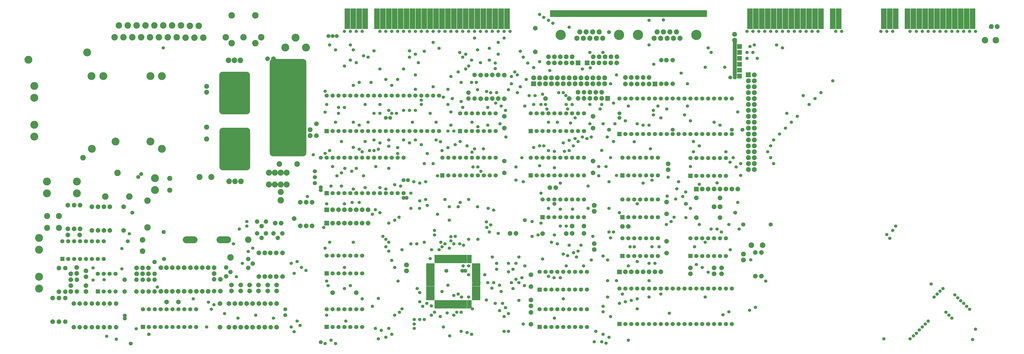
<source format=gbr>
%FSLAX34Y34*%
%MOMM*%
%LNSOLDERMASK_TOP*%
G71*
G01*
%ADD10C,1.800*%
%ADD11C,1.400*%
%ADD12C,1.500*%
%ADD13C,2.100*%
%ADD14C,2.000*%
%ADD15C,2.000*%
%ADD16C,1.400*%
%ADD17C,1.900*%
%ADD18C,2.400*%
%ADD19C,2.800*%
%ADD20C,3.000*%
%ADD21C,1.700*%
%ADD22C,1.800*%
%ADD23C,2.200*%
%ADD24C,4.400*%
%ADD25C,4.400*%
%ADD26C,1.900*%
%ADD27C,1.400*%
%ADD28C,1.700*%
%ADD29C,2.400*%
%ADD30C,2.900*%
%ADD31C,3.200*%
%ADD32C,2.100*%
%ADD33C,2.600*%
%ADD34C,2.200*%
%ADD35C,3.400*%
%ADD36C,2.600*%
%ADD37C,2.600*%
%ADD38C,2.600*%
%ADD39C,3.400*%
%ADD40C,3.400*%
%ADD41C,3.410*%
%ADD42C,2.400*%
%ADD43R,1.000X3.600*%
%ADD44R,3.600X1.000*%
%ADD45R,2.400X8.900*%
%ADD46R,1.700X15.000*%
%ADD47R,2.000X2.000*%
%ADD48R,67.400X2.900*%
%LPD*%
G36*
X1290250Y993250D02*
X1308250Y993250D01*
X1308250Y975250D01*
X1290250Y975250D01*
X1290250Y993250D01*
G37*
X1324650Y984250D02*
G54D10*
D03*
X1350050Y984250D02*
G54D10*
D03*
X1375450Y984250D02*
G54D10*
D03*
X1400850Y984250D02*
G54D10*
D03*
X1426250Y984250D02*
G54D10*
D03*
X1451650Y984250D02*
G54D10*
D03*
X1477050Y984250D02*
G54D10*
D03*
X1502450Y984250D02*
G54D10*
D03*
X1527850Y984250D02*
G54D10*
D03*
X1553250Y984250D02*
G54D10*
D03*
X1578650Y984250D02*
G54D10*
D03*
X1604050Y984250D02*
G54D10*
D03*
X1629450Y984250D02*
G54D10*
D03*
X1654850Y984250D02*
G54D10*
D03*
X1680250Y984250D02*
G54D10*
D03*
X1705650Y984250D02*
G54D10*
D03*
X1731050Y984250D02*
G54D10*
D03*
X1756450Y984250D02*
G54D10*
D03*
X1781850Y984250D02*
G54D10*
D03*
X1781850Y1136650D02*
G54D10*
D03*
X1756450Y1136650D02*
G54D10*
D03*
X1731050Y1136650D02*
G54D10*
D03*
X1705650Y1136650D02*
G54D10*
D03*
X1680250Y1136650D02*
G54D10*
D03*
X1654850Y1136650D02*
G54D10*
D03*
X1629450Y1136650D02*
G54D10*
D03*
X1604050Y1136650D02*
G54D10*
D03*
X1578650Y1136650D02*
G54D10*
D03*
X1553250Y1136650D02*
G54D10*
D03*
X1527850Y1136650D02*
G54D10*
D03*
X1502450Y1136650D02*
G54D10*
D03*
X1477050Y1136650D02*
G54D10*
D03*
X1451650Y1136650D02*
G54D10*
D03*
X1426250Y1136650D02*
G54D10*
D03*
X1400850Y1136650D02*
G54D10*
D03*
X1375450Y1136650D02*
G54D10*
D03*
X1350050Y1136650D02*
G54D10*
D03*
X1324650Y1136650D02*
G54D10*
D03*
X1299250Y1136650D02*
G54D10*
D03*
X597575Y1341438D02*
G54D11*
D03*
X535662Y111124D02*
G54D12*
D03*
X4072876Y88900D02*
G54D11*
D03*
G36*
X1863338Y993250D02*
X1881338Y993250D01*
X1881338Y975250D01*
X1863338Y975250D01*
X1863338Y993250D01*
G37*
X1897738Y984250D02*
G54D10*
D03*
X1923138Y984250D02*
G54D10*
D03*
X1948538Y984250D02*
G54D10*
D03*
X1973938Y984250D02*
G54D10*
D03*
X1999338Y984250D02*
G54D10*
D03*
X2024738Y984250D02*
G54D10*
D03*
X2024738Y1060450D02*
G54D10*
D03*
X1999338Y1060450D02*
G54D10*
D03*
X1973938Y1060450D02*
G54D10*
D03*
X1948538Y1060450D02*
G54D10*
D03*
X1923138Y1060450D02*
G54D10*
D03*
X1897738Y1060450D02*
G54D10*
D03*
X1872338Y1060450D02*
G54D10*
D03*
G36*
X1290250Y382062D02*
X1308250Y382062D01*
X1308250Y364062D01*
X1290250Y364062D01*
X1290250Y382062D01*
G37*
X1324650Y373062D02*
G54D10*
D03*
X1350050Y373062D02*
G54D10*
D03*
X1375450Y373062D02*
G54D10*
D03*
X1400850Y373062D02*
G54D10*
D03*
X1426250Y373062D02*
G54D10*
D03*
X1451650Y373062D02*
G54D10*
D03*
X1451650Y449262D02*
G54D10*
D03*
X1426250Y449262D02*
G54D10*
D03*
X1400850Y449262D02*
G54D10*
D03*
X1375450Y449262D02*
G54D10*
D03*
X1350050Y449262D02*
G54D10*
D03*
X1324650Y449262D02*
G54D10*
D03*
X1299250Y449262D02*
G54D10*
D03*
G36*
X1290250Y151875D02*
X1308250Y151875D01*
X1308250Y133875D01*
X1290250Y133875D01*
X1290250Y151875D01*
G37*
X1324650Y142875D02*
G54D10*
D03*
X1350050Y142875D02*
G54D10*
D03*
X1375450Y142875D02*
G54D10*
D03*
X1400850Y142875D02*
G54D10*
D03*
X1426250Y142875D02*
G54D10*
D03*
X1451650Y142875D02*
G54D10*
D03*
X1451650Y219075D02*
G54D10*
D03*
X1426250Y219075D02*
G54D10*
D03*
X1400850Y219075D02*
G54D10*
D03*
X1375450Y219075D02*
G54D10*
D03*
X1350050Y219075D02*
G54D10*
D03*
X1324650Y219075D02*
G54D10*
D03*
X1299250Y219075D02*
G54D10*
D03*
G36*
X1290250Y726550D02*
X1308250Y726550D01*
X1308250Y708550D01*
X1290250Y708550D01*
X1290250Y726550D01*
G37*
X1324650Y717550D02*
G54D10*
D03*
X1350050Y717550D02*
G54D10*
D03*
X1375450Y717550D02*
G54D10*
D03*
X1400850Y717550D02*
G54D10*
D03*
X1426250Y717550D02*
G54D10*
D03*
X1451650Y717550D02*
G54D10*
D03*
X1477050Y717550D02*
G54D10*
D03*
X1502450Y717550D02*
G54D10*
D03*
X1527850Y717550D02*
G54D10*
D03*
X1553250Y717550D02*
G54D10*
D03*
X1578650Y717550D02*
G54D10*
D03*
X1604050Y717550D02*
G54D10*
D03*
X1629450Y717550D02*
G54D10*
D03*
X1629450Y869950D02*
G54D10*
D03*
X1604050Y869950D02*
G54D10*
D03*
X1578650Y869950D02*
G54D10*
D03*
X1553250Y869950D02*
G54D10*
D03*
X1527850Y869950D02*
G54D10*
D03*
X1502450Y869950D02*
G54D10*
D03*
X1477050Y869950D02*
G54D10*
D03*
X1451650Y869950D02*
G54D10*
D03*
X1426250Y869950D02*
G54D10*
D03*
X1400850Y869950D02*
G54D10*
D03*
X1375450Y869950D02*
G54D10*
D03*
X1350050Y869950D02*
G54D10*
D03*
X1324650Y869950D02*
G54D10*
D03*
X1299250Y869950D02*
G54D10*
D03*
G36*
X1787138Y802750D02*
X1805138Y802750D01*
X1805138Y784750D01*
X1787138Y784750D01*
X1787138Y802750D01*
G37*
X1821538Y793750D02*
G54D10*
D03*
X1846938Y793750D02*
G54D10*
D03*
X1872338Y793750D02*
G54D10*
D03*
X1897738Y793750D02*
G54D10*
D03*
X1923138Y793750D02*
G54D10*
D03*
X1948538Y793750D02*
G54D10*
D03*
X1973938Y793750D02*
G54D10*
D03*
X1999338Y793750D02*
G54D10*
D03*
X2024738Y793750D02*
G54D10*
D03*
X2024738Y869950D02*
G54D10*
D03*
X1999338Y869950D02*
G54D10*
D03*
X1973938Y869950D02*
G54D10*
D03*
X1948538Y869950D02*
G54D10*
D03*
X1923138Y869950D02*
G54D10*
D03*
X1897738Y869950D02*
G54D10*
D03*
X1872338Y869950D02*
G54D10*
D03*
X1846938Y869950D02*
G54D10*
D03*
X1821538Y869950D02*
G54D10*
D03*
X1796138Y869950D02*
G54D10*
D03*
G36*
X2166550Y993250D02*
X2184550Y993250D01*
X2184550Y975250D01*
X2166550Y975250D01*
X2166550Y993250D01*
G37*
X2200950Y984250D02*
G54D10*
D03*
X2226350Y984250D02*
G54D10*
D03*
X2251750Y984250D02*
G54D10*
D03*
X2277150Y984250D02*
G54D10*
D03*
X2302550Y984250D02*
G54D10*
D03*
X2327950Y984250D02*
G54D10*
D03*
X2353350Y984250D02*
G54D10*
D03*
X2378750Y984250D02*
G54D10*
D03*
X2404150Y984250D02*
G54D10*
D03*
X2404150Y1060450D02*
G54D10*
D03*
X2378750Y1060450D02*
G54D10*
D03*
X2353350Y1060450D02*
G54D10*
D03*
X2327950Y1060450D02*
G54D10*
D03*
X2302550Y1060450D02*
G54D10*
D03*
X2277150Y1060450D02*
G54D10*
D03*
X2251750Y1060450D02*
G54D10*
D03*
X2226350Y1060450D02*
G54D10*
D03*
X2200950Y1060450D02*
G54D10*
D03*
X2175550Y1060450D02*
G54D10*
D03*
G36*
X2166550Y802750D02*
X2184550Y802750D01*
X2184550Y784750D01*
X2166550Y784750D01*
X2166550Y802750D01*
G37*
X2200950Y793750D02*
G54D10*
D03*
X2226350Y793750D02*
G54D10*
D03*
X2251750Y793750D02*
G54D10*
D03*
X2277150Y793750D02*
G54D10*
D03*
X2302550Y793750D02*
G54D10*
D03*
X2327950Y793750D02*
G54D10*
D03*
X2353350Y793750D02*
G54D10*
D03*
X2378750Y793750D02*
G54D10*
D03*
X2404150Y793750D02*
G54D10*
D03*
X2404150Y869950D02*
G54D10*
D03*
X2378750Y869950D02*
G54D10*
D03*
X2353350Y869950D02*
G54D10*
D03*
X2327950Y869950D02*
G54D10*
D03*
X2302550Y869950D02*
G54D10*
D03*
X2277150Y869950D02*
G54D10*
D03*
X2251750Y869950D02*
G54D10*
D03*
X2226350Y869950D02*
G54D10*
D03*
X2200950Y869950D02*
G54D10*
D03*
X2175550Y869950D02*
G54D10*
D03*
G36*
X2217350Y623362D02*
X2235350Y623362D01*
X2235350Y605362D01*
X2217350Y605362D01*
X2217350Y623362D01*
G37*
X2251750Y614362D02*
G54D10*
D03*
X2277150Y614362D02*
G54D10*
D03*
X2302550Y614362D02*
G54D10*
D03*
X2327950Y614362D02*
G54D10*
D03*
X2353350Y614362D02*
G54D10*
D03*
X2378750Y614362D02*
G54D10*
D03*
X2404150Y614362D02*
G54D10*
D03*
X2404150Y690562D02*
G54D10*
D03*
X2378750Y690562D02*
G54D10*
D03*
X2353350Y690562D02*
G54D10*
D03*
X2327950Y690562D02*
G54D10*
D03*
X2302550Y690562D02*
G54D10*
D03*
X2277150Y690562D02*
G54D10*
D03*
X2251750Y690562D02*
G54D10*
D03*
X2226350Y690562D02*
G54D10*
D03*
G36*
X2204650Y312212D02*
X2222650Y312212D01*
X2222650Y294212D01*
X2204650Y294212D01*
X2204650Y312212D01*
G37*
X2239050Y303212D02*
G54D10*
D03*
X2264450Y303212D02*
G54D10*
D03*
X2289850Y303212D02*
G54D10*
D03*
X2315250Y303212D02*
G54D10*
D03*
X2340650Y303212D02*
G54D10*
D03*
X2366050Y303212D02*
G54D10*
D03*
X2391450Y303212D02*
G54D10*
D03*
X2416850Y303212D02*
G54D10*
D03*
X2416850Y379412D02*
G54D10*
D03*
X2391450Y379412D02*
G54D10*
D03*
X2366050Y379412D02*
G54D10*
D03*
X2340650Y379412D02*
G54D10*
D03*
X2315250Y379412D02*
G54D10*
D03*
X2289850Y379412D02*
G54D10*
D03*
X2264450Y379412D02*
G54D10*
D03*
X2239050Y379412D02*
G54D10*
D03*
X2213650Y379412D02*
G54D10*
D03*
G36*
X2204650Y151875D02*
X2222650Y151875D01*
X2222650Y133875D01*
X2204650Y133875D01*
X2204650Y151875D01*
G37*
X2239050Y142875D02*
G54D10*
D03*
X2264450Y142875D02*
G54D10*
D03*
X2289850Y142875D02*
G54D10*
D03*
X2315250Y142875D02*
G54D10*
D03*
X2340650Y142875D02*
G54D10*
D03*
X2366050Y142875D02*
G54D10*
D03*
X2391450Y142875D02*
G54D10*
D03*
X2416850Y142875D02*
G54D10*
D03*
X2416850Y219075D02*
G54D10*
D03*
X2391450Y219075D02*
G54D10*
D03*
X2366050Y219075D02*
G54D10*
D03*
X2340650Y219075D02*
G54D10*
D03*
X2315250Y219075D02*
G54D10*
D03*
X2289850Y219075D02*
G54D10*
D03*
X2264450Y219075D02*
G54D10*
D03*
X2239050Y219075D02*
G54D10*
D03*
X2213650Y219075D02*
G54D10*
D03*
G36*
X2547550Y164575D02*
X2565550Y164575D01*
X2565550Y146575D01*
X2547550Y146575D01*
X2547550Y164575D01*
G37*
X2581950Y155575D02*
G54D10*
D03*
X2607350Y155575D02*
G54D10*
D03*
X2632750Y155575D02*
G54D10*
D03*
X2658150Y155575D02*
G54D10*
D03*
X2683550Y155575D02*
G54D10*
D03*
X2708950Y155575D02*
G54D10*
D03*
X2734350Y155575D02*
G54D10*
D03*
X2759750Y155575D02*
G54D10*
D03*
X2785150Y155575D02*
G54D10*
D03*
X2810550Y155575D02*
G54D10*
D03*
X2835950Y155575D02*
G54D10*
D03*
X2861350Y155575D02*
G54D10*
D03*
X2886750Y155575D02*
G54D10*
D03*
X2912150Y155575D02*
G54D10*
D03*
X2937550Y155575D02*
G54D10*
D03*
X2962950Y155575D02*
G54D10*
D03*
X2988350Y155575D02*
G54D10*
D03*
X3013750Y155575D02*
G54D10*
D03*
X3039150Y155575D02*
G54D10*
D03*
X3039150Y307975D02*
G54D10*
D03*
X3013750Y307975D02*
G54D10*
D03*
X2988350Y307975D02*
G54D10*
D03*
X2962950Y307975D02*
G54D10*
D03*
X2937550Y307975D02*
G54D10*
D03*
X2912150Y307975D02*
G54D10*
D03*
X2886750Y307975D02*
G54D10*
D03*
X2861350Y307975D02*
G54D10*
D03*
X2835950Y307975D02*
G54D10*
D03*
X2810550Y307975D02*
G54D10*
D03*
X2785150Y307975D02*
G54D10*
D03*
X2759750Y307975D02*
G54D10*
D03*
X2734350Y307975D02*
G54D10*
D03*
X2708950Y307975D02*
G54D10*
D03*
X2683550Y307975D02*
G54D10*
D03*
X2658150Y307975D02*
G54D10*
D03*
X2632750Y307975D02*
G54D10*
D03*
X2607350Y307975D02*
G54D10*
D03*
X2581950Y307975D02*
G54D10*
D03*
X2556550Y307975D02*
G54D10*
D03*
G36*
X2560250Y456675D02*
X2578250Y456675D01*
X2578250Y438675D01*
X2560250Y438675D01*
X2560250Y456675D01*
G37*
X2594650Y447675D02*
G54D10*
D03*
X2620050Y447675D02*
G54D10*
D03*
X2645450Y447675D02*
G54D10*
D03*
X2670850Y447675D02*
G54D10*
D03*
X2696250Y447675D02*
G54D10*
D03*
X2721650Y447675D02*
G54D10*
D03*
X2721650Y523875D02*
G54D10*
D03*
X2696250Y523875D02*
G54D10*
D03*
X2670850Y523875D02*
G54D10*
D03*
X2645450Y523875D02*
G54D10*
D03*
X2620050Y523875D02*
G54D10*
D03*
X2594650Y523875D02*
G54D10*
D03*
X2569250Y523875D02*
G54D10*
D03*
G36*
X2560250Y623362D02*
X2578250Y623362D01*
X2578250Y605362D01*
X2560250Y605362D01*
X2560250Y623362D01*
G37*
X2594650Y614362D02*
G54D10*
D03*
X2620050Y614362D02*
G54D10*
D03*
X2645450Y614362D02*
G54D10*
D03*
X2670850Y614362D02*
G54D10*
D03*
X2696250Y614362D02*
G54D10*
D03*
X2721650Y614362D02*
G54D10*
D03*
X2721650Y690562D02*
G54D10*
D03*
X2696250Y690562D02*
G54D10*
D03*
X2670850Y690562D02*
G54D10*
D03*
X2645450Y690562D02*
G54D10*
D03*
X2620050Y690562D02*
G54D10*
D03*
X2594650Y690562D02*
G54D10*
D03*
X2569250Y690562D02*
G54D10*
D03*
G36*
X2560250Y802750D02*
X2578250Y802750D01*
X2578250Y784750D01*
X2560250Y784750D01*
X2560250Y802750D01*
G37*
X2594650Y793750D02*
G54D10*
D03*
X2620050Y793750D02*
G54D10*
D03*
X2645450Y793750D02*
G54D10*
D03*
X2670850Y793750D02*
G54D10*
D03*
X2696250Y793750D02*
G54D10*
D03*
X2721650Y793750D02*
G54D10*
D03*
X2721650Y869950D02*
G54D10*
D03*
X2696250Y869950D02*
G54D10*
D03*
X2670850Y869950D02*
G54D10*
D03*
X2645450Y869950D02*
G54D10*
D03*
X2620050Y869950D02*
G54D10*
D03*
X2594650Y869950D02*
G54D10*
D03*
X2569250Y869950D02*
G54D10*
D03*
G36*
X2547550Y980550D02*
X2565550Y980550D01*
X2565550Y962550D01*
X2547550Y962550D01*
X2547550Y980550D01*
G37*
X2581950Y971550D02*
G54D10*
D03*
X2607350Y971550D02*
G54D10*
D03*
X2632750Y971550D02*
G54D10*
D03*
X2658150Y971550D02*
G54D10*
D03*
X2683550Y971550D02*
G54D10*
D03*
X2708950Y971550D02*
G54D10*
D03*
X2734350Y971550D02*
G54D10*
D03*
X2759750Y971550D02*
G54D10*
D03*
X2785150Y971550D02*
G54D10*
D03*
X2810550Y971550D02*
G54D10*
D03*
X2835950Y971550D02*
G54D10*
D03*
X2861350Y971550D02*
G54D10*
D03*
X2886750Y971550D02*
G54D10*
D03*
X2912150Y971550D02*
G54D10*
D03*
X2937550Y971550D02*
G54D10*
D03*
X2962950Y971550D02*
G54D10*
D03*
X2988350Y971550D02*
G54D10*
D03*
X3013750Y971550D02*
G54D10*
D03*
X3039150Y971550D02*
G54D10*
D03*
X3039150Y1123950D02*
G54D10*
D03*
X3013750Y1123950D02*
G54D10*
D03*
X2988350Y1123950D02*
G54D10*
D03*
X2962950Y1123950D02*
G54D10*
D03*
X2937550Y1123950D02*
G54D10*
D03*
X2912150Y1123950D02*
G54D10*
D03*
X2886750Y1123950D02*
G54D10*
D03*
X2861350Y1123950D02*
G54D10*
D03*
X2835950Y1123950D02*
G54D10*
D03*
X2810550Y1123950D02*
G54D10*
D03*
X2785150Y1123950D02*
G54D10*
D03*
X2759750Y1123950D02*
G54D10*
D03*
X2734350Y1123950D02*
G54D10*
D03*
X2708950Y1123950D02*
G54D10*
D03*
X2683550Y1123950D02*
G54D10*
D03*
X2658150Y1123950D02*
G54D10*
D03*
X2632750Y1123950D02*
G54D10*
D03*
X2607350Y1123950D02*
G54D10*
D03*
X2581950Y1123950D02*
G54D10*
D03*
X2556550Y1123950D02*
G54D10*
D03*
G36*
X2852350Y801162D02*
X2870350Y801162D01*
X2870350Y783162D01*
X2852350Y783162D01*
X2852350Y801162D01*
G37*
X2886750Y792162D02*
G54D10*
D03*
X2912150Y792162D02*
G54D10*
D03*
X2937550Y792162D02*
G54D10*
D03*
X2962950Y792162D02*
G54D10*
D03*
X2988350Y792162D02*
G54D10*
D03*
X3013750Y792162D02*
G54D10*
D03*
X3013750Y868362D02*
G54D10*
D03*
X2988350Y868362D02*
G54D10*
D03*
X2962950Y868362D02*
G54D10*
D03*
X2937550Y868362D02*
G54D10*
D03*
X2912150Y868362D02*
G54D10*
D03*
X2886750Y868362D02*
G54D10*
D03*
X2861350Y868362D02*
G54D10*
D03*
G36*
X2852350Y456675D02*
X2870350Y456675D01*
X2870350Y438675D01*
X2852350Y438675D01*
X2852350Y456675D01*
G37*
X2886750Y447675D02*
G54D10*
D03*
X2912150Y447675D02*
G54D10*
D03*
X2937550Y447675D02*
G54D10*
D03*
X2962950Y447675D02*
G54D10*
D03*
X2988350Y447675D02*
G54D10*
D03*
X3013750Y447675D02*
G54D10*
D03*
X3013750Y523875D02*
G54D10*
D03*
X2988350Y523875D02*
G54D10*
D03*
X2962950Y523875D02*
G54D10*
D03*
X2937550Y523875D02*
G54D10*
D03*
X2912150Y523875D02*
G54D10*
D03*
X2886750Y523875D02*
G54D10*
D03*
X2861350Y523875D02*
G54D10*
D03*
G36*
X501262Y151875D02*
X519262Y151875D01*
X519262Y133875D01*
X501262Y133875D01*
X501262Y151875D01*
G37*
X535662Y142875D02*
G54D10*
D03*
X561062Y142875D02*
G54D10*
D03*
X586462Y142875D02*
G54D10*
D03*
X611862Y142875D02*
G54D10*
D03*
X637262Y142875D02*
G54D10*
D03*
X662662Y142875D02*
G54D10*
D03*
X688062Y142875D02*
G54D10*
D03*
X713462Y142875D02*
G54D10*
D03*
X738862Y142875D02*
G54D10*
D03*
X738862Y219075D02*
G54D10*
D03*
X713462Y219075D02*
G54D10*
D03*
X688062Y219075D02*
G54D10*
D03*
X662662Y219075D02*
G54D10*
D03*
X637262Y219075D02*
G54D10*
D03*
X611862Y219075D02*
G54D10*
D03*
X586462Y219075D02*
G54D10*
D03*
X561062Y219075D02*
G54D10*
D03*
X535662Y219075D02*
G54D10*
D03*
X510262Y219075D02*
G54D10*
D03*
G36*
X307588Y304275D02*
X325588Y304275D01*
X325588Y286275D01*
X307588Y286275D01*
X307588Y304275D01*
G37*
X341988Y295275D02*
G54D10*
D03*
X367388Y295275D02*
G54D10*
D03*
X392788Y295275D02*
G54D10*
D03*
X392788Y371475D02*
G54D10*
D03*
X367388Y371475D02*
G54D10*
D03*
X341988Y371475D02*
G54D10*
D03*
X316588Y371475D02*
G54D10*
D03*
G36*
X155188Y443975D02*
X173188Y443975D01*
X173188Y425975D01*
X155188Y425975D01*
X155188Y443975D01*
G37*
X189588Y434975D02*
G54D10*
D03*
X214988Y434975D02*
G54D10*
D03*
X240388Y434975D02*
G54D10*
D03*
X265788Y434975D02*
G54D10*
D03*
X291188Y434975D02*
G54D10*
D03*
X316588Y434975D02*
G54D10*
D03*
X341988Y434975D02*
G54D10*
D03*
X341988Y511175D02*
G54D10*
D03*
X316588Y511175D02*
G54D10*
D03*
X291188Y511175D02*
G54D10*
D03*
X265788Y511175D02*
G54D10*
D03*
X240388Y511175D02*
G54D10*
D03*
X214988Y511175D02*
G54D10*
D03*
X189588Y511175D02*
G54D10*
D03*
X164188Y511175D02*
G54D10*
D03*
G36*
X2177750Y1197950D02*
X2198750Y1197950D01*
X2198750Y1176950D01*
X2177750Y1176950D01*
X2177750Y1197950D01*
G37*
X2188250Y1212850D02*
G54D13*
D03*
X2213650Y1187450D02*
G54D13*
D03*
X2213650Y1212850D02*
G54D13*
D03*
X2239050Y1187450D02*
G54D13*
D03*
X2239050Y1212850D02*
G54D13*
D03*
X2264450Y1187450D02*
G54D13*
D03*
X2264450Y1212850D02*
G54D13*
D03*
X2289850Y1187450D02*
G54D13*
D03*
X2289850Y1212850D02*
G54D13*
D03*
X2315250Y1187450D02*
G54D13*
D03*
X2315250Y1212850D02*
G54D13*
D03*
X2340650Y1187450D02*
G54D13*
D03*
X2340650Y1212850D02*
G54D13*
D03*
X2366050Y1187450D02*
G54D13*
D03*
X2366050Y1212850D02*
G54D13*
D03*
X2391450Y1187450D02*
G54D13*
D03*
X2391450Y1212850D02*
G54D13*
D03*
X2416850Y1187450D02*
G54D13*
D03*
X2416850Y1212850D02*
G54D13*
D03*
X2442250Y1187450D02*
G54D13*
D03*
X2442250Y1212850D02*
G54D13*
D03*
X2467650Y1187450D02*
G54D13*
D03*
X2467650Y1212850D02*
G54D13*
D03*
X2493050Y1187450D02*
G54D13*
D03*
X2493050Y1212850D02*
G54D13*
D03*
G36*
X3120668Y1236246D02*
X3120668Y1215246D01*
X3099668Y1215246D01*
X3099668Y1236246D01*
X3120668Y1236246D01*
G37*
X3135568Y1225746D02*
G54D13*
D03*
X3110168Y1200346D02*
G54D13*
D03*
X3135569Y1200346D02*
G54D13*
D03*
X3110169Y1174946D02*
G54D13*
D03*
X3135569Y1174946D02*
G54D13*
D03*
X3110169Y1149546D02*
G54D13*
D03*
X3135569Y1149546D02*
G54D13*
D03*
X3110169Y1124146D02*
G54D13*
D03*
X3135569Y1124146D02*
G54D13*
D03*
X3110169Y1098746D02*
G54D13*
D03*
X3135569Y1098746D02*
G54D13*
D03*
X3110169Y1073346D02*
G54D13*
D03*
X3135569Y1073346D02*
G54D13*
D03*
X3110169Y1047946D02*
G54D13*
D03*
X3135569Y1047946D02*
G54D13*
D03*
X3110169Y1022546D02*
G54D13*
D03*
X3135569Y1022546D02*
G54D13*
D03*
X3110169Y997146D02*
G54D13*
D03*
X3135569Y997146D02*
G54D13*
D03*
X3110169Y971746D02*
G54D13*
D03*
X3135568Y971746D02*
G54D13*
D03*
X3110168Y946346D02*
G54D13*
D03*
X3135568Y946346D02*
G54D13*
D03*
X3110168Y920946D02*
G54D13*
D03*
X3135568Y920946D02*
G54D13*
D03*
X3110168Y895546D02*
G54D13*
D03*
X3135568Y895546D02*
G54D13*
D03*
X3110168Y870146D02*
G54D13*
D03*
X3135568Y870146D02*
G54D13*
D03*
X3110168Y844746D02*
G54D13*
D03*
X3135568Y844746D02*
G54D13*
D03*
X3110168Y819346D02*
G54D13*
D03*
X3135568Y819346D02*
G54D13*
D03*
X1375450Y1412875D02*
G54D11*
D03*
X1400850Y1412875D02*
G54D11*
D03*
X1426250Y1412875D02*
G54D11*
D03*
X1451650Y1412875D02*
G54D11*
D03*
X1527850Y1412875D02*
G54D11*
D03*
X1553250Y1412875D02*
G54D11*
D03*
X1578650Y1412875D02*
G54D11*
D03*
X1604050Y1412875D02*
G54D11*
D03*
X1629450Y1412875D02*
G54D11*
D03*
X1654850Y1412875D02*
G54D11*
D03*
X1680250Y1412875D02*
G54D11*
D03*
X1705650Y1412875D02*
G54D11*
D03*
X1731050Y1412875D02*
G54D11*
D03*
X1756450Y1412875D02*
G54D11*
D03*
X1781850Y1412875D02*
G54D11*
D03*
X1807250Y1412875D02*
G54D11*
D03*
X1832650Y1412875D02*
G54D11*
D03*
X1858050Y1412875D02*
G54D11*
D03*
X1883450Y1412875D02*
G54D11*
D03*
X1908850Y1412875D02*
G54D11*
D03*
X1934250Y1412875D02*
G54D11*
D03*
X1959650Y1412875D02*
G54D11*
D03*
X1985050Y1412875D02*
G54D11*
D03*
X2010450Y1412875D02*
G54D11*
D03*
X2035850Y1412875D02*
G54D11*
D03*
X2061250Y1412875D02*
G54D11*
D03*
X2086650Y1412875D02*
G54D11*
D03*
X3104238Y1412875D02*
G54D11*
D03*
X3129638Y1412875D02*
G54D11*
D03*
X3155038Y1412875D02*
G54D11*
D03*
X3180438Y1412875D02*
G54D11*
D03*
X3205838Y1412875D02*
G54D11*
D03*
X3231238Y1412875D02*
G54D11*
D03*
X3256638Y1412875D02*
G54D11*
D03*
X3282038Y1412875D02*
G54D11*
D03*
X3307438Y1412875D02*
G54D11*
D03*
X3332838Y1412875D02*
G54D11*
D03*
X3358238Y1412875D02*
G54D11*
D03*
X3383638Y1412875D02*
G54D11*
D03*
X3409038Y1412875D02*
G54D11*
D03*
X3485238Y1412875D02*
G54D11*
D03*
X3510638Y1412875D02*
G54D11*
D03*
X3678912Y1412875D02*
G54D11*
D03*
X3704312Y1412875D02*
G54D11*
D03*
X3729712Y1412875D02*
G54D11*
D03*
X3804325Y1412875D02*
G54D11*
D03*
X3831312Y1412875D02*
G54D11*
D03*
X3856712Y1412875D02*
G54D11*
D03*
X3882112Y1412875D02*
G54D11*
D03*
X3907512Y1412875D02*
G54D11*
D03*
X3932912Y1412875D02*
G54D11*
D03*
X3958312Y1412875D02*
G54D11*
D03*
X3983712Y1412875D02*
G54D11*
D03*
X4009112Y1412875D02*
G54D11*
D03*
X4034512Y1412875D02*
G54D11*
D03*
X4059912Y1412875D02*
G54D11*
D03*
X4085312Y1412875D02*
G54D11*
D03*
X1438950Y1009650D02*
G54D11*
D03*
X1832650Y1009650D02*
G54D11*
D03*
X1991400Y1009650D02*
G54D11*
D03*
X1826300Y658812D02*
G54D11*
D03*
X1697712Y652462D02*
G54D11*
D03*
X2067600Y1073150D02*
G54D11*
D03*
X2245400Y1079500D02*
G54D11*
D03*
X1948538Y1003300D02*
G54D11*
D03*
X2251750Y1022350D02*
G54D11*
D03*
X2264450Y506412D02*
G54D11*
D03*
X1908850Y519112D02*
G54D11*
D03*
X1311950Y1354138D02*
G54D11*
D03*
X1400850Y1354138D02*
G54D11*
D03*
X1337350Y1333500D02*
G54D11*
D03*
X1413550Y1333500D02*
G54D11*
D03*
X1343700Y792162D02*
G54D11*
D03*
X1872338Y677862D02*
G54D11*
D03*
X1731050Y665162D02*
G54D11*
D03*
X1362750Y804862D02*
G54D11*
D03*
X1377038Y823912D02*
G54D11*
D03*
X1407200Y811212D02*
G54D11*
D03*
X1381800Y168275D02*
G54D11*
D03*
X1299250Y1098550D02*
G54D11*
D03*
X1464350Y1098550D02*
G54D11*
D03*
X1819950Y1098550D02*
G54D11*
D03*
X1991400Y1085850D02*
G54D11*
D03*
X2048550Y1092200D02*
G54D11*
D03*
X1789788Y506412D02*
G54D11*
D03*
X1718350Y506412D02*
G54D11*
D03*
X1337350Y1022350D02*
G54D11*
D03*
X1413550Y1022350D02*
G54D11*
D03*
X1769150Y1022350D02*
G54D11*
D03*
X1923138Y1022350D02*
G54D11*
D03*
X2043788Y1016000D02*
G54D11*
D03*
X2069188Y958850D02*
G54D11*
D03*
X2397800Y958850D02*
G54D11*
D03*
X1769150Y946150D02*
G54D11*
D03*
X1680250Y946150D02*
G54D11*
D03*
X1661200Y500062D02*
G54D11*
D03*
X1686600Y500062D02*
G54D11*
D03*
X1350050Y1085850D02*
G54D11*
D03*
X1375450Y1085850D02*
G54D11*
D03*
X1883450Y1085850D02*
G54D11*
D03*
X1872338Y939800D02*
G54D11*
D03*
X1896150Y1250950D02*
G54D11*
D03*
X2023150Y1276350D02*
G54D11*
D03*
X2366050Y952500D02*
G54D11*
D03*
X2416850Y952500D02*
G54D11*
D03*
X1705650Y925512D02*
G54D11*
D03*
X1375450Y1263652D02*
G54D11*
D03*
X1908850Y1263650D02*
G54D11*
D03*
X1851700Y925512D02*
G54D11*
D03*
X1864400Y658812D02*
G54D11*
D03*
X1908850Y690562D02*
G54D11*
D03*
X1375450Y671512D02*
G54D11*
D03*
X1948538Y519112D02*
G54D11*
D03*
X2505750Y430212D02*
G54D11*
D03*
X2505750Y271462D02*
G54D11*
D03*
X2734350Y284162D02*
G54D11*
D03*
X1413550Y914400D02*
G54D11*
D03*
X1946950Y658812D02*
G54D11*
D03*
X1902500Y920750D02*
G54D11*
D03*
X2315250Y933450D02*
G54D11*
D03*
X2340650Y944562D02*
G54D11*
D03*
X1921550Y1289050D02*
G54D11*
D03*
X1400850Y1289050D02*
G54D11*
D03*
X1426250Y1277938D02*
G54D11*
D03*
X1692950Y1277938D02*
G54D11*
D03*
X1959650Y1277938D02*
G54D11*
D03*
X1699300Y760412D02*
G54D11*
D03*
X1699300Y684212D02*
G54D11*
D03*
X1408788Y677862D02*
G54D11*
D03*
X2302550Y760412D02*
G54D11*
D03*
X2289850Y500062D02*
G54D11*
D03*
X1832650Y512762D02*
G54D11*
D03*
X1292900Y1155700D02*
G54D11*
D03*
X1311950Y900112D02*
G54D11*
D03*
X1438950Y906462D02*
G54D11*
D03*
X1426250Y823912D02*
G54D11*
D03*
X1961238Y811212D02*
G54D11*
D03*
X2277150Y827088D02*
G54D11*
D03*
X2302550Y354012D02*
G54D11*
D03*
X2505750Y341312D02*
G54D11*
D03*
X2518450Y187325D02*
G54D11*
D03*
X2770862Y201612D02*
G54D11*
D03*
X1477050Y1022350D02*
G54D11*
D03*
X1477050Y1301750D02*
G54D11*
D03*
X1680250Y1314450D02*
G54D11*
D03*
X1667550Y1022350D02*
G54D11*
D03*
X1673900Y766762D02*
G54D11*
D03*
X1724700Y766762D02*
G54D11*
D03*
X1724700Y690562D02*
G54D11*
D03*
X1807250Y690562D02*
G54D11*
D03*
X1438950Y677862D02*
G54D11*
D03*
X1502450Y1060450D02*
G54D11*
D03*
X1527850Y1060450D02*
G54D11*
D03*
X1578650Y1060450D02*
G54D11*
D03*
X1599288Y1060450D02*
G54D11*
D03*
X1350050Y1060450D02*
G54D11*
D03*
X1743750Y1060450D02*
G54D11*
D03*
X1502450Y1328738D02*
G54D11*
D03*
X1654850Y1328738D02*
G54D11*
D03*
X1718350Y1327150D02*
G54D11*
D03*
X1362750Y939800D02*
G54D11*
D03*
X1464350Y939800D02*
G54D11*
D03*
X1496100Y627062D02*
G54D11*
D03*
X1775500Y627062D02*
G54D11*
D03*
X2220000Y588962D02*
G54D11*
D03*
X2220000Y717550D02*
G54D11*
D03*
X2213650Y835025D02*
G54D11*
D03*
X2467650Y831850D02*
G54D11*
D03*
X2486700Y1016000D02*
G54D11*
D03*
X2632750Y1016000D02*
G54D11*
D03*
X1527850Y1250950D02*
G54D11*
D03*
X1629450Y1250950D02*
G54D11*
D03*
X1527850Y1098550D02*
G54D11*
D03*
X1705650Y1117600D02*
G54D11*
D03*
X1705650Y1098550D02*
G54D11*
D03*
X1718350Y844550D02*
G54D11*
D03*
X1510388Y831850D02*
G54D11*
D03*
X1540550Y531812D02*
G54D11*
D03*
X1762800Y538162D02*
G54D11*
D03*
X1762800Y557212D02*
G54D11*
D03*
X2207300Y538162D02*
G54D11*
D03*
X1553250Y1206500D02*
G54D11*
D03*
X1604050Y1206500D02*
G54D11*
D03*
X2156500Y1206500D02*
G54D11*
D03*
X1553250Y519112D02*
G54D11*
D03*
X1851700Y531812D02*
G54D11*
D03*
X2181900Y531812D02*
G54D11*
D03*
X1413550Y1181100D02*
G54D11*
D03*
X1578650Y1181100D02*
G54D11*
D03*
X2080300Y1162050D02*
G54D11*
D03*
X1629450Y946150D02*
G54D11*
D03*
X1527850Y933450D02*
G54D11*
D03*
X1565950Y588962D02*
G54D11*
D03*
X1565950Y506412D02*
G54D11*
D03*
X1286550Y569912D02*
G54D11*
D03*
G36*
X1289250Y656112D02*
X1309250Y656112D01*
X1309250Y636112D01*
X1289250Y636112D01*
X1289250Y656112D01*
G37*
X1324650Y646112D02*
G54D14*
D03*
X1350050Y646112D02*
G54D14*
D03*
X1375450Y646112D02*
G54D14*
D03*
X1400850Y646112D02*
G54D14*
D03*
X1426250Y646112D02*
G54D14*
D03*
X1451650Y646112D02*
G54D14*
D03*
X1477050Y646112D02*
G54D14*
D03*
G36*
X1289250Y598962D02*
X1309250Y598962D01*
X1309250Y578962D01*
X1289250Y578962D01*
X1289250Y598962D01*
G37*
X1324650Y588962D02*
G54D14*
D03*
X1350050Y588962D02*
G54D14*
D03*
X1375450Y588962D02*
G54D14*
D03*
X1400850Y588962D02*
G54D14*
D03*
X1426250Y588962D02*
G54D14*
D03*
X1451650Y588962D02*
G54D14*
D03*
X1477050Y588962D02*
G54D14*
D03*
X2758162Y582612D02*
G54D11*
D03*
X1688188Y307975D02*
G54D11*
D03*
X1400850Y320675D02*
G54D11*
D03*
X1413550Y506412D02*
G54D11*
D03*
X1311950Y506412D02*
G54D11*
D03*
X1675488Y174625D02*
G54D11*
D03*
X1675488Y155575D02*
G54D11*
D03*
X1675488Y136525D02*
G54D11*
D03*
X1654850Y933450D02*
G54D11*
D03*
X1565950Y919162D02*
G54D11*
D03*
X1591350Y601662D02*
G54D11*
D03*
X2778800Y595312D02*
G54D11*
D03*
X1375450Y307975D02*
G54D11*
D03*
X1699300Y290512D02*
G54D11*
D03*
X1629450Y1073150D02*
G54D11*
D03*
X1565950Y1073150D02*
G54D11*
D03*
X1610400Y614362D02*
G54D11*
D03*
X2791500Y614362D02*
G54D11*
D03*
X1483400Y900112D02*
G54D11*
D03*
X1604050Y887412D02*
G54D11*
D03*
X1661200Y717550D02*
G54D11*
D03*
X1661200Y652462D02*
G54D11*
D03*
X2797850Y692150D02*
G54D11*
D03*
X1496100Y231775D02*
G54D11*
D03*
X1712000Y231775D02*
G54D11*
D03*
X1718350Y174625D02*
G54D11*
D03*
X1451650Y895350D02*
G54D11*
D03*
X1616750Y747712D02*
G54D11*
D03*
X1318300Y747712D02*
G54D11*
D03*
X2802612Y736600D02*
G54D11*
D03*
X1997750Y550862D02*
G54D11*
D03*
X2016800Y333375D02*
G54D11*
D03*
X2099350Y307975D02*
G54D11*
D03*
X2061250Y187325D02*
G54D11*
D03*
X1816775Y203200D02*
G54D11*
D03*
X1502450Y946150D02*
G54D11*
D03*
X1565950Y946150D02*
G54D11*
D03*
X1591350Y754062D02*
G54D11*
D03*
X1362750Y747712D02*
G54D11*
D03*
X2810550Y766762D02*
G54D11*
D03*
X1185548Y678311D02*
G54D15*
D03*
X1185548Y576711D02*
G54D15*
D03*
X1210948Y678311D02*
G54D15*
D03*
X1210948Y576711D02*
G54D15*
D03*
X1236348Y678311D02*
G54D15*
D03*
X1236348Y576711D02*
G54D15*
D03*
X1986638Y569912D02*
G54D11*
D03*
X2010450Y442912D02*
G54D11*
D03*
X2124750Y442912D02*
G54D11*
D03*
X2124750Y333375D02*
G54D11*
D03*
X2093000Y333375D02*
G54D11*
D03*
X2080300Y200025D02*
G54D11*
D03*
X1845350Y193675D02*
G54D11*
D03*
X2275562Y354012D02*
G54D11*
D03*
X1699300Y174625D02*
G54D11*
D03*
X1699300Y250825D02*
G54D11*
D03*
X1451650Y263525D02*
G54D11*
D03*
X1553250Y735012D02*
G54D11*
D03*
X1413550Y735012D02*
G54D11*
D03*
X2828012Y703262D02*
G54D11*
D03*
X2004100Y581025D02*
G54D11*
D03*
X2029500Y390525D02*
G54D11*
D03*
X2099350Y390525D02*
G54D11*
D03*
X2042200Y212725D02*
G54D11*
D03*
X1858050Y206375D02*
G54D11*
D03*
X1604050Y912812D02*
G54D11*
D03*
X1521500Y906462D02*
G54D11*
D03*
X1489750Y1193800D02*
G54D11*
D03*
X1438950Y1193800D02*
G54D11*
D03*
X1527850Y741362D02*
G54D11*
D03*
X1464350Y741362D02*
G54D11*
D03*
X2840712Y722312D02*
G54D11*
D03*
X1985050Y593725D02*
G54D11*
D03*
X2029500Y415925D02*
G54D11*
D03*
X2080300Y415925D02*
G54D11*
D03*
X2080300Y379412D02*
G54D11*
D03*
X2067600Y225425D02*
G54D11*
D03*
X1877100Y206375D02*
G54D11*
D03*
X1788200Y938212D02*
G54D11*
D03*
X1775500Y792162D02*
G54D11*
D03*
X1458000Y792162D02*
G54D11*
D03*
X2543850Y341312D02*
G54D11*
D03*
X2683550Y341312D02*
G54D11*
D03*
X2148562Y320675D02*
G54D11*
D03*
X2124750Y257175D02*
G54D11*
D03*
X1908850Y271462D02*
G54D11*
D03*
X1800900Y1130300D02*
G54D11*
D03*
X1794550Y900112D02*
G54D11*
D03*
X2358112Y920750D02*
G54D11*
D03*
X2569250Y284162D02*
G54D11*
D03*
X1985050Y258762D02*
G54D11*
D03*
X1819950Y984250D02*
G54D11*
D03*
X1819950Y912812D02*
G54D11*
D03*
X2378750Y939800D02*
G54D11*
D03*
X2531150Y939800D02*
G54D11*
D03*
X2512100Y98425D02*
G54D11*
D03*
X1921550Y111125D02*
G54D11*
D03*
X1756450Y844550D02*
G54D11*
D03*
X2035850Y544512D02*
G54D11*
D03*
X2086650Y544512D02*
G54D15*
D03*
X2112050Y544512D02*
G54D15*
D03*
X1927900Y830262D02*
G54D11*
D03*
X1680250Y1073150D02*
G54D11*
D03*
X1654850Y1073150D02*
G54D11*
D03*
X1877100Y1111250D02*
G54D11*
D03*
X1877100Y1193800D02*
G54D11*
D03*
X1921550Y1193800D02*
G54D11*
D03*
X1942188Y1193800D02*
G54D11*
D03*
X1946950Y1333500D02*
G54D11*
D03*
X1960620Y1224732D02*
G54D15*
D03*
X1960620Y1123132D02*
G54D15*
D03*
X2594650Y1092200D02*
G54D11*
D03*
X2340650Y900112D02*
G54D11*
D03*
X2569250Y574675D02*
G54D15*
D03*
X2594650Y574675D02*
G54D15*
D03*
X1826300Y601662D02*
G54D11*
D03*
X2632750Y423862D02*
G54D11*
D03*
X1743750Y436562D02*
G54D11*
D03*
X1731050Y887412D02*
G54D11*
D03*
X2632750Y671512D02*
G54D11*
D03*
X2556550Y633412D02*
G54D11*
D03*
X2658150Y760412D02*
G54D11*
D03*
X2112050Y773112D02*
G54D11*
D03*
X2112050Y830262D02*
G54D11*
D03*
X1948538Y830262D02*
G54D11*
D03*
X1565950Y823912D02*
G54D16*
D03*
X1324650Y831850D02*
G54D16*
D03*
X1986020Y1224732D02*
G54D17*
D03*
X1986020Y1123132D02*
G54D17*
D03*
X2702600Y1054100D02*
G54D16*
D03*
X2683550Y415925D02*
G54D16*
D03*
X2112050Y415925D02*
G54D16*
D03*
X2112050Y347662D02*
G54D16*
D03*
X1991400Y333375D02*
G54D16*
D03*
X2143800Y1301750D02*
G54D16*
D03*
X1883450Y1301750D02*
G54D16*
D03*
X1654850Y1301750D02*
G54D16*
D03*
X1292900Y1065212D02*
G54D16*
D03*
X1292900Y889000D02*
G54D16*
D03*
X1242100Y882650D02*
G54D16*
D03*
X1216700Y703262D02*
G54D16*
D03*
X1299250Y671512D02*
G54D16*
D03*
X1292900Y481012D02*
G54D16*
D03*
X2143800Y766762D02*
G54D16*
D03*
X2512100Y766762D02*
G54D16*
D03*
X2512100Y652462D02*
G54D16*
D03*
X2861350Y652462D02*
G54D16*
D03*
X2486700Y447675D02*
G54D16*
D03*
X2924850Y271462D02*
G54D16*
D03*
X2683550Y271462D02*
G54D16*
D03*
X2874050Y895350D02*
G54D16*
D03*
X3013750Y895350D02*
G54D16*
D03*
X3123288Y493712D02*
G54D18*
D03*
X3171688Y493712D02*
G54D18*
D03*
X2878812Y487362D02*
G54D16*
D03*
X2937550Y377825D02*
G54D16*
D03*
X2994700Y550862D02*
G54D16*
D03*
X2620050Y487362D02*
G54D16*
D03*
X2696250Y487362D02*
G54D16*
D03*
X2594650Y404812D02*
G54D16*
D03*
X2402562Y404812D02*
G54D16*
D03*
X2354938Y649288D02*
G54D16*
D03*
X2302550Y649288D02*
G54D16*
D03*
X2594650Y85725D02*
G54D16*
D03*
X1292900Y71438D02*
G54D16*
D03*
X1299250Y193675D02*
G54D16*
D03*
X861100Y200025D02*
G54D16*
D03*
X841432Y243656D02*
G54D15*
D03*
X841432Y142057D02*
G54D15*
D03*
X2758953Y511361D02*
G54D15*
D03*
X2758953Y460561D02*
G54D15*
D03*
X2062041Y855849D02*
G54D17*
D03*
X2062041Y805048D02*
G54D17*
D03*
X2443041Y855849D02*
G54D15*
D03*
X2443041Y805048D02*
G54D15*
D03*
X2963363Y396795D02*
G54D15*
D03*
X2861763Y396795D02*
G54D15*
D03*
X2963363Y371395D02*
G54D15*
D03*
X2861763Y371395D02*
G54D15*
D03*
X2995639Y396555D02*
G54D15*
D03*
X2995639Y371155D02*
G54D15*
D03*
X2886750Y411162D02*
G54D16*
D03*
X2912150Y398462D02*
G54D16*
D03*
X3001050Y195262D02*
G54D16*
D03*
X1800900Y142875D02*
G54D16*
D03*
X3026450Y207962D02*
G54D16*
D03*
X2486700Y207962D02*
G54D16*
D03*
X2486700Y231775D02*
G54D16*
D03*
X2486700Y111125D02*
G54D16*
D03*
X1565950Y136525D02*
G54D16*
D03*
X1565950Y468312D02*
G54D16*
D03*
X3717012Y523875D02*
G54D16*
D03*
X3704312Y539750D02*
G54D16*
D03*
X2543850Y793750D02*
G54D16*
D03*
X2543850Y1225550D02*
G54D16*
D03*
X2188250Y1257300D02*
G54D16*
D03*
X2194600Y1136650D02*
G54D16*
D03*
X2062220Y1224732D02*
G54D15*
D03*
X2062220Y1123132D02*
G54D15*
D03*
X2975650Y762000D02*
G54D16*
D03*
X2975650Y563562D02*
G54D16*
D03*
X3070900Y563562D02*
G54D16*
D03*
X3140132Y462732D02*
G54D15*
D03*
X3140132Y361132D02*
G54D15*
D03*
X3166585Y462351D02*
G54D15*
D03*
X3166585Y360751D02*
G54D15*
D03*
X3185200Y339725D02*
G54D16*
D03*
X3140750Y227012D02*
G54D16*
D03*
X2499400Y73025D02*
G54D16*
D03*
X1337350Y71438D02*
G54D16*
D03*
X2735938Y1289050D02*
G54D17*
D03*
X2735938Y1187450D02*
G54D17*
D03*
X2480350Y901700D02*
G54D16*
D03*
X2480350Y79375D02*
G54D16*
D03*
X1827888Y104775D02*
G54D16*
D03*
X1553250Y98425D02*
G54D16*
D03*
X1553250Y487362D02*
G54D16*
D03*
X354688Y103188D02*
G54D16*
D03*
X342958Y243656D02*
G54D17*
D03*
X342958Y142057D02*
G54D17*
D03*
X419775Y479425D02*
G54D16*
D03*
X899200Y500062D02*
G54D16*
D03*
X407075Y1438275D02*
G54D19*
D03*
X445175Y1438275D02*
G54D19*
D03*
X483275Y1438275D02*
G54D19*
D03*
X521375Y1438275D02*
G54D19*
D03*
X559475Y1438275D02*
G54D19*
D03*
X597575Y1438275D02*
G54D19*
D03*
X635675Y1438275D02*
G54D19*
D03*
X673775Y1438275D02*
G54D19*
D03*
X711875Y1436688D02*
G54D19*
D03*
X749975Y1436688D02*
G54D19*
D03*
X388025Y1387475D02*
G54D19*
D03*
X426125Y1387475D02*
G54D19*
D03*
X464225Y1387475D02*
G54D19*
D03*
X502325Y1387475D02*
G54D19*
D03*
X540425Y1387475D02*
G54D19*
D03*
X578525Y1387475D02*
G54D19*
D03*
X616625Y1387475D02*
G54D19*
D03*
X654725Y1387475D02*
G54D19*
D03*
X692825Y1385888D02*
G54D19*
D03*
X730925Y1385888D02*
G54D19*
D03*
X769025Y1385888D02*
G54D19*
D03*
X1458000Y1308100D02*
G54D11*
D03*
X2696250Y773112D02*
G54D11*
D03*
X2467650Y792162D02*
G54D11*
D03*
X2448600Y79375D02*
G54D11*
D03*
X1318300Y85725D02*
G54D11*
D03*
X1305600Y320675D02*
G54D11*
D03*
X1109720Y461144D02*
G54D15*
D03*
X1109720Y359544D02*
G54D15*
D03*
X886500Y441325D02*
G54D19*
D03*
X696000Y517525D02*
G54D11*
D03*
G54D20*
X729338Y517525D02*
X696000Y517525D01*
G54D20*
X840462Y517525D02*
X873800Y517525D01*
X3053437Y633413D02*
G54D21*
D03*
X2758953Y679636D02*
G54D15*
D03*
X2758953Y628836D02*
G54D15*
D03*
X2150150Y601662D02*
G54D21*
D03*
X2277150Y671513D02*
G54D21*
D03*
X2842300Y671513D02*
G54D21*
D03*
X2602588Y487362D02*
G54D11*
D03*
X1832650Y530225D02*
G54D11*
D03*
X1832650Y1066800D02*
G54D11*
D03*
X1832650Y1219200D02*
G54D11*
D03*
X1680250Y1225550D02*
G54D11*
D03*
X1934250Y1225550D02*
G54D17*
D03*
X1934250Y1123950D02*
G54D17*
D03*
X2169200Y1136650D02*
G54D11*
D03*
X1877100Y123825D02*
G54D11*
D03*
X2061250Y123825D02*
G54D11*
D03*
X1756450Y1365250D02*
G54D11*
D03*
X2035850Y1365250D02*
G54D11*
D03*
X1839000Y1123950D02*
G54D11*
D03*
X1896150Y1314450D02*
G54D11*
D03*
X2035850Y1314450D02*
G54D11*
D03*
X2035850Y1225550D02*
G54D15*
D03*
X2035850Y1123950D02*
G54D15*
D03*
X1680250Y1163638D02*
G54D11*
D03*
X1819950Y1163638D02*
G54D11*
D03*
X1986020Y1154832D02*
G54D11*
D03*
X1997750Y1289050D02*
G54D11*
D03*
X2162850Y1276350D02*
G54D11*
D03*
X2010450Y1225550D02*
G54D15*
D03*
X2010450Y1123950D02*
G54D15*
D03*
X2061250Y1384300D02*
G54D11*
D03*
X1934250Y1384300D02*
G54D11*
D03*
X1908202Y1149030D02*
G54D17*
D03*
X1908202Y1123630D02*
G54D17*
D03*
X1946950Y1162050D02*
G54D11*
D03*
X1923138Y893762D02*
G54D11*
D03*
X2320012Y896938D02*
G54D11*
D03*
X2327950Y576262D02*
G54D11*
D03*
X2302550Y576262D02*
G54D11*
D03*
X2277150Y180975D02*
G54D11*
D03*
X2143800Y155575D02*
G54D11*
D03*
X2080300Y123825D02*
G54D11*
D03*
X1902500Y119062D02*
G54D11*
D03*
X1756450Y1174750D02*
G54D11*
D03*
X1781850Y1339850D02*
G54D11*
D03*
X1997750Y1339850D02*
G54D11*
D03*
X1750100Y474662D02*
G54D11*
D03*
X1623100Y474662D02*
G54D11*
D03*
X1623100Y220662D02*
G54D11*
D03*
X1924725Y220662D02*
G54D11*
D03*
X1553250Y1041400D02*
G54D21*
D03*
X1572300Y1041400D02*
G54D21*
D03*
X2061804Y1047431D02*
G54D15*
D03*
X2061804Y996632D02*
G54D15*
D03*
X1255354Y1015681D02*
G54D15*
D03*
X1255354Y964882D02*
G54D15*
D03*
X2556550Y1060450D02*
G54D21*
D03*
X2556550Y1041400D02*
G54D21*
D03*
X2442804Y1047431D02*
G54D15*
D03*
X2442804Y996632D02*
G54D15*
D03*
X2785150Y990600D02*
G54D21*
D03*
X3039150Y990600D02*
G54D21*
D03*
X3085188Y990600D02*
G54D21*
D03*
X2512100Y990600D02*
G54D21*
D03*
X1248450Y811212D02*
G54D22*
D03*
X1248450Y785812D02*
G54D22*
D03*
X1248450Y760412D02*
G54D22*
D03*
X1273850Y869950D02*
G54D21*
D03*
X1273850Y742950D02*
G54D21*
D03*
X1273850Y730250D02*
G54D21*
D03*
X1629450Y696912D02*
G54D21*
D03*
X1642150Y696912D02*
G54D21*
D03*
X1629450Y773112D02*
G54D21*
D03*
X1648500Y773112D02*
G54D21*
D03*
X1502450Y900112D02*
G54D11*
D03*
X1845350Y984250D02*
G54D11*
D03*
X1864400Y1238250D02*
G54D11*
D03*
X2258100Y1244600D02*
G54D11*
D03*
X1934250Y908050D02*
G54D11*
D03*
X2188250Y914400D02*
G54D11*
D03*
X2188250Y1098550D02*
G54D11*
D03*
X2220000Y1098550D02*
G54D11*
D03*
X1972350Y908050D02*
G54D11*
D03*
X2213650Y920750D02*
G54D11*
D03*
X2024738Y1104900D02*
G54D11*
D03*
X2226350Y1143000D02*
G54D11*
D03*
X2004100Y1149350D02*
G54D11*
D03*
X2029500Y1149350D02*
G54D11*
D03*
X2023150Y1252538D02*
G54D11*
D03*
X2213650Y1282700D02*
G54D11*
D03*
X2213650Y1485900D02*
G54D11*
D03*
X2745462Y1462088D02*
G54D11*
D03*
X2374146Y1383181D02*
G54D23*
D03*
X2401847Y1383181D02*
G54D23*
D03*
X2429943Y1383181D02*
G54D23*
D03*
X2457246Y1383181D02*
G54D23*
D03*
X2386155Y1410378D02*
G54D23*
D03*
X2413755Y1410175D02*
G54D23*
D03*
X2441356Y1410378D02*
G54D23*
D03*
X2469352Y1410378D02*
G54D23*
D03*
X2484740Y1383175D02*
G54D23*
D03*
X2554760Y1397278D02*
G54D24*
D03*
X2304753Y1397278D02*
G54D25*
D03*
X2705934Y1383181D02*
G54D23*
D03*
X2733635Y1383181D02*
G54D23*
D03*
X2761731Y1383181D02*
G54D23*
D03*
X2789034Y1383181D02*
G54D23*
D03*
X2717943Y1410378D02*
G54D23*
D03*
X2745543Y1410175D02*
G54D23*
D03*
X2773144Y1410378D02*
G54D23*
D03*
X2801140Y1410378D02*
G54D23*
D03*
X2816528Y1383175D02*
G54D23*
D03*
X2886547Y1397278D02*
G54D24*
D03*
X2636541Y1397278D02*
G54D25*
D03*
X1870750Y1322388D02*
G54D11*
D03*
X2131100Y1327150D02*
G54D11*
D03*
X2137450Y354012D02*
G54D11*
D03*
X1908850Y366712D02*
G54D11*
D03*
X2137450Y869950D02*
G54D11*
D03*
X2231112Y920750D02*
G54D11*
D03*
X2251750Y900112D02*
G54D11*
D03*
X2277150Y896938D02*
G54D11*
D03*
X2150150Y404812D02*
G54D11*
D03*
X1908850Y404812D02*
G54D11*
D03*
X2327950Y404812D02*
G54D11*
D03*
X2315250Y263525D02*
G54D11*
D03*
X2176473Y258404D02*
G54D15*
D03*
X2176473Y233004D02*
G54D15*
D03*
X2251750Y360362D02*
G54D11*
D03*
X1978700Y366712D02*
G54D11*
D03*
X2442250Y531812D02*
G54D11*
D03*
X2277150Y538162D02*
G54D11*
D03*
X2315250Y1149350D02*
G54D11*
D03*
G36*
X2515590Y1114830D02*
X2495590Y1114830D01*
X2495590Y1134830D01*
X2515590Y1134830D01*
X2515590Y1114830D01*
G37*
X2480190Y1124830D02*
G54D14*
D03*
X2454790Y1124829D02*
G54D14*
D03*
X2429390Y1124830D02*
G54D14*
D03*
X2403990Y1124829D02*
G54D14*
D03*
X2378590Y1124829D02*
G54D14*
D03*
X2378750Y1150938D02*
G54D14*
D03*
X2404150Y1150938D02*
G54D26*
D03*
X2429550Y1150938D02*
G54D14*
D03*
X2454950Y1150938D02*
G54D14*
D03*
X2480350Y1150938D02*
G54D14*
D03*
X2327950Y1098550D02*
G54D11*
D03*
X2480350Y1098550D02*
G54D11*
D03*
X2353350Y1098550D02*
G54D11*
D03*
X2429550Y1098550D02*
G54D11*
D03*
X2347000Y1019175D02*
G54D11*
D03*
X2429550Y1016000D02*
G54D11*
D03*
G36*
X2388590Y1267230D02*
X2368590Y1267230D01*
X2368590Y1287230D01*
X2388590Y1287230D01*
X2388590Y1267230D01*
G37*
X2353190Y1277230D02*
G54D14*
D03*
X2327790Y1277229D02*
G54D14*
D03*
X2302390Y1277230D02*
G54D14*
D03*
X2276990Y1277229D02*
G54D14*
D03*
X2251590Y1277229D02*
G54D14*
D03*
X2251750Y1303338D02*
G54D14*
D03*
X2277150Y1303338D02*
G54D14*
D03*
X2302550Y1303338D02*
G54D14*
D03*
X2327950Y1303338D02*
G54D14*
D03*
X2353350Y1303338D02*
G54D14*
D03*
X2443838Y1303338D02*
G54D14*
D03*
X2469238Y1303338D02*
G54D14*
D03*
X2494638Y1303338D02*
G54D14*
D03*
X2520038Y1303338D02*
G54D14*
D03*
X2545438Y1303338D02*
G54D14*
D03*
G36*
X2407758Y1287008D02*
X2427758Y1287008D01*
X2427758Y1267008D01*
X2407758Y1267008D01*
X2407758Y1287008D01*
G37*
X2443158Y1277008D02*
G54D14*
D03*
X2468558Y1277008D02*
G54D14*
D03*
X2493958Y1277008D02*
G54D14*
D03*
X2519358Y1277008D02*
G54D14*
D03*
X2544758Y1277008D02*
G54D14*
D03*
X2239050Y1123950D02*
G54D14*
D03*
X2340650Y1123950D02*
G54D14*
D03*
X2326362Y1136650D02*
G54D11*
D03*
X2334300Y1079500D02*
G54D11*
D03*
X2821662Y1233488D02*
G54D11*
D03*
X2474000Y1079500D02*
G54D11*
D03*
X2454950Y123825D02*
G54D11*
D03*
X2195240Y1324419D02*
G54D14*
D03*
X2195240Y1426019D02*
G54D14*
D03*
X2231112Y1473200D02*
G54D11*
D03*
X2131100Y1174750D02*
G54D11*
D03*
X2054900Y244475D02*
G54D11*
D03*
X1748512Y233362D02*
G54D11*
D03*
X2239050Y1098550D02*
G54D11*
D03*
X2150150Y1092200D02*
G54D11*
D03*
X2181900Y595312D02*
G54D11*
D03*
X2258100Y741362D02*
G54D15*
D03*
X2283500Y741362D02*
G54D15*
D03*
X2251750Y652462D02*
G54D11*
D03*
X2421612Y652462D02*
G54D11*
D03*
X2421612Y747712D02*
G54D11*
D03*
X2899450Y755650D02*
G54D11*
D03*
X2886750Y696912D02*
G54D15*
D03*
X2988350Y696912D02*
G54D15*
D03*
X2886750Y612775D02*
G54D15*
D03*
X2988350Y612775D02*
G54D15*
D03*
X2842300Y612775D02*
G54D11*
D03*
X2353350Y576262D02*
G54D15*
D03*
X2404150Y576262D02*
G54D15*
D03*
X2353350Y544512D02*
G54D15*
D03*
X2404150Y544512D02*
G54D15*
D03*
X2328363Y544432D02*
G54D15*
D03*
X2226763Y544432D02*
G54D15*
D03*
X2226350Y434975D02*
G54D11*
D03*
X2435900Y430212D02*
G54D11*
D03*
G36*
X2718790Y1176742D02*
X2698790Y1176742D01*
X2698790Y1196742D01*
X2718790Y1196742D01*
X2718790Y1176742D01*
G37*
X2683390Y1186742D02*
G54D14*
D03*
X2657990Y1186742D02*
G54D14*
D03*
X2632590Y1186742D02*
G54D14*
D03*
X2607190Y1186742D02*
G54D14*
D03*
X2581790Y1186742D02*
G54D14*
D03*
X2289850Y1022350D02*
G54D11*
D03*
X2581950Y1028700D02*
G54D11*
D03*
X2435900Y958850D02*
G54D11*
D03*
X2504162Y958850D02*
G54D11*
D03*
X2518450Y1187450D02*
G54D11*
D03*
X3421738Y1149350D02*
G54D11*
D03*
X2518450Y869950D02*
G54D11*
D03*
X2537500Y1016000D02*
G54D11*
D03*
X2962950Y1022350D02*
G54D11*
D03*
X2251750Y1460500D02*
G54D11*
D03*
X2683550Y1460500D02*
G54D11*
D03*
X2683550Y1354138D02*
G54D27*
D03*
X2118400Y1225550D02*
G54D27*
D03*
X2023150Y244475D02*
G54D27*
D03*
X1729462Y244475D02*
G54D27*
D03*
X2296200Y1149350D02*
G54D27*
D03*
X2270800Y1447800D02*
G54D27*
D03*
X2118400Y1149350D02*
G54D27*
D03*
X2048550Y295275D02*
G54D27*
D03*
X1794550Y295275D02*
G54D27*
D03*
X1819950Y322262D02*
G54D27*
D03*
X2042200Y322262D02*
G54D27*
D03*
X2107288Y1238250D02*
G54D27*
D03*
X2340650Y1430338D02*
G54D27*
D03*
X2658150Y1009650D02*
G54D27*
D03*
X2683550Y1009650D02*
G54D27*
D03*
X2581950Y1214438D02*
G54D14*
D03*
X2607350Y1214438D02*
G54D14*
D03*
X2632750Y1214438D02*
G54D14*
D03*
X2658150Y1214438D02*
G54D14*
D03*
X2683550Y1214438D02*
G54D14*
D03*
X3032800Y1214438D02*
G54D21*
D03*
X3051850Y1214438D02*
G54D21*
D03*
X2758162Y1289050D02*
G54D15*
D03*
X2758162Y1187450D02*
G54D15*
D03*
X2785150Y1289050D02*
G54D17*
D03*
X2785150Y1187450D02*
G54D17*
D03*
X2988350Y1009650D02*
G54D11*
D03*
X3064550Y1066800D02*
G54D11*
D03*
X2702600Y1073150D02*
G54D11*
D03*
X3045500Y869950D02*
G54D11*
D03*
X3205641Y870146D02*
G54D11*
D03*
X3231238Y1354138D02*
G54D11*
D03*
X3135988Y1354138D02*
G54D11*
D03*
X2937550Y1341438D02*
G54D11*
D03*
X3116938Y1347788D02*
G54D11*
D03*
X3256638Y1341438D02*
G54D11*
D03*
X3218538Y844550D02*
G54D11*
D03*
X2899450Y920750D02*
G54D11*
D03*
X3218341Y946346D02*
G54D11*
D03*
X2874050Y939800D02*
G54D11*
D03*
X3243938Y971550D02*
G54D11*
D03*
X2861350Y1028700D02*
G54D11*
D03*
X3294541Y1022546D02*
G54D11*
D03*
X2835950Y1054100D02*
G54D11*
D03*
X3275688Y1060450D02*
G54D11*
D03*
X3269338Y996950D02*
G54D11*
D03*
X3396141Y1124146D02*
G54D11*
D03*
X2759750Y1079500D02*
G54D11*
D03*
X3370938Y1098550D02*
G54D11*
D03*
X2734350Y1041400D02*
G54D11*
D03*
X3319941Y1047946D02*
G54D11*
D03*
X2704188Y1271588D02*
G54D11*
D03*
X3345538Y1136650D02*
G54D11*
D03*
X2848650Y1092200D02*
G54D11*
D03*
X2848650Y1187450D02*
G54D11*
D03*
X3472538Y1200150D02*
G54D11*
D03*
X2689900Y908050D02*
G54D11*
D03*
X3192941Y895546D02*
G54D11*
D03*
X2620050Y938212D02*
G54D11*
D03*
X3205838Y920750D02*
G54D11*
D03*
X3104238Y1322388D02*
G54D11*
D03*
X3129638Y1322388D02*
G54D11*
D03*
X3104238Y1296988D02*
G54D11*
D03*
X3148688Y1296988D02*
G54D11*
D03*
X4126588Y1374775D02*
G54D19*
D03*
X4172625Y1374775D02*
G54D19*
D03*
X2761338Y704850D02*
G54D11*
D03*
X2366050Y1041400D02*
G54D11*
D03*
X2093000Y1187450D02*
G54D11*
D03*
X2093000Y1219200D02*
G54D11*
D03*
X2016800Y644525D02*
G54D11*
D03*
X1527850Y633412D02*
G54D11*
D03*
X1534200Y128588D02*
G54D11*
D03*
X1992988Y652462D02*
G54D11*
D03*
X1508800Y646112D02*
G54D11*
D03*
X1508800Y136525D02*
G54D11*
D03*
X1826300Y481012D02*
G54D11*
D03*
X2315250Y455612D02*
G54D11*
D03*
X1794550Y487362D02*
G54D11*
D03*
X2334300Y449262D02*
G54D11*
D03*
X1807250Y500062D02*
G54D11*
D03*
X2359700Y461962D02*
G54D11*
D03*
X1845350Y500062D02*
G54D11*
D03*
X2378750Y468312D02*
G54D11*
D03*
X1864400Y284162D02*
G54D11*
D03*
X1781850Y474662D02*
G54D11*
D03*
X2372400Y442912D02*
G54D11*
D03*
X1870750Y500062D02*
G54D11*
D03*
X1886625Y493712D02*
G54D11*
D03*
X2340650Y493712D02*
G54D11*
D03*
X2391450Y493712D02*
G54D11*
D03*
X3088362Y582612D02*
G54D22*
D03*
X3205838Y582612D02*
G54D22*
D03*
X2008862Y309562D02*
G54D11*
D03*
X2176341Y366898D02*
G54D15*
D03*
X2176341Y316098D02*
G54D15*
D03*
X2176341Y204973D02*
G54D15*
D03*
X2176341Y154173D02*
G54D15*
D03*
X2512100Y1409700D02*
G54D21*
D03*
X1813600Y384175D02*
G54D28*
D03*
X1881862Y384175D02*
G54D28*
D03*
X1894562Y384175D02*
G54D28*
D03*
X1342112Y1392238D02*
G54D28*
D03*
X1324650Y1392238D02*
G54D28*
D03*
X1307188Y1392238D02*
G54D28*
D03*
X1273850Y77788D02*
G54D28*
D03*
X2924850Y1258888D02*
G54D11*
D03*
X2924850Y506412D02*
G54D11*
D03*
X2726412Y487362D02*
G54D11*
D03*
X2708950Y415925D02*
G54D11*
D03*
G36*
X2546550Y389412D02*
X2566550Y389412D01*
X2566550Y369412D01*
X2546550Y369412D01*
X2546550Y389412D01*
G37*
X2581950Y379412D02*
G54D14*
D03*
X2607350Y379412D02*
G54D14*
D03*
X2632750Y379412D02*
G54D14*
D03*
X2658150Y379412D02*
G54D14*
D03*
X2683550Y379412D02*
G54D14*
D03*
X2708950Y379412D02*
G54D14*
D03*
X2734350Y379412D02*
G54D14*
D03*
X2556550Y244475D02*
G54D11*
D03*
X4034512Y244475D02*
G54D11*
D03*
X4047212Y231775D02*
G54D11*
D03*
X4059912Y219075D02*
G54D11*
D03*
X4085312Y133350D02*
G54D11*
D03*
X4021812Y255588D02*
G54D11*
D03*
X4009112Y268288D02*
G54D11*
D03*
X3996412Y280988D02*
G54D11*
D03*
X2581950Y250825D02*
G54D11*
D03*
X2607350Y257175D02*
G54D11*
D03*
X2632750Y263525D02*
G54D11*
D03*
G36*
X2876750Y745012D02*
X2896750Y745012D01*
X2896750Y725012D01*
X2876750Y725012D01*
X2876750Y745012D01*
G37*
X2912150Y735012D02*
G54D14*
D03*
X2937550Y735012D02*
G54D14*
D03*
X2962950Y735012D02*
G54D14*
D03*
X2988350Y735012D02*
G54D14*
D03*
X3013750Y735012D02*
G54D14*
D03*
X3039150Y735012D02*
G54D14*
D03*
X3064550Y735012D02*
G54D14*
D03*
X3058200Y830262D02*
G54D11*
D03*
X3064550Y677862D02*
G54D11*
D03*
X3729712Y557212D02*
G54D11*
D03*
X3742412Y576262D02*
G54D11*
D03*
X3077250Y793750D02*
G54D11*
D03*
X3077250Y844550D02*
G54D11*
D03*
X3691612Y92075D02*
G54D11*
D03*
X2531150Y550862D02*
G54D11*
D03*
X2899450Y582612D02*
G54D11*
D03*
X2861350Y831850D02*
G54D11*
D03*
X2499400Y831850D02*
G54D11*
D03*
X2485112Y1322388D02*
G54D11*
D03*
X2429550Y1322388D02*
G54D11*
D03*
X2431138Y1255712D02*
G54D11*
D03*
X2531150Y1104900D02*
G54D11*
D03*
X2721650Y1092200D02*
G54D11*
D03*
X2766100Y785812D02*
G54D11*
D03*
X2950250Y563562D02*
G54D11*
D03*
X2518450Y525462D02*
G54D11*
D03*
X2512100Y550862D02*
G54D11*
D03*
X3026450Y582612D02*
G54D11*
D03*
X3032800Y474662D02*
G54D11*
D03*
X3120112Y431800D02*
G54D11*
D03*
X3115350Y214312D02*
G54D11*
D03*
X2632750Y220662D02*
G54D11*
D03*
X2950250Y1322388D02*
G54D11*
D03*
X3031212Y850900D02*
G54D11*
D03*
X3008988Y1258888D02*
G54D11*
D03*
X2397800Y1250950D02*
G54D11*
D03*
X3818612Y104775D02*
G54D11*
D03*
X3804325Y92075D02*
G54D11*
D03*
X3831312Y115888D02*
G54D11*
D03*
X3844012Y130175D02*
G54D11*
D03*
X3856712Y142875D02*
G54D11*
D03*
X3869412Y155575D02*
G54D11*
D03*
X3882112Y168275D02*
G54D11*
D03*
X3983712Y180975D02*
G54D11*
D03*
X3971012Y193675D02*
G54D11*
D03*
X3958312Y206375D02*
G54D11*
D03*
X3945612Y307975D02*
G54D11*
D03*
X3932912Y296862D02*
G54D11*
D03*
X3920212Y284162D02*
G54D11*
D03*
X3907512Y271462D02*
G54D11*
D03*
X3894812Y327025D02*
G54D11*
D03*
X1885038Y404812D02*
G54D11*
D03*
X1578650Y428625D02*
G54D11*
D03*
X1578650Y111125D02*
G54D11*
D03*
X1426663Y290432D02*
G54D15*
D03*
X1325063Y290432D02*
G54D15*
D03*
X1845350Y277812D02*
G54D11*
D03*
X1878688Y271462D02*
G54D11*
D03*
X1521500Y265112D02*
G54D11*
D03*
X1521500Y92075D02*
G54D11*
D03*
X395962Y90488D02*
G54D11*
D03*
X395345Y243656D02*
G54D17*
D03*
X395345Y142057D02*
G54D17*
D03*
X1299250Y339725D02*
G54D11*
D03*
X1605638Y339725D02*
G54D11*
D03*
X1611988Y206375D02*
G54D11*
D03*
X1762800Y206375D02*
G54D11*
D03*
X1210350Y385762D02*
G54D11*
D03*
X1184950Y149225D02*
G54D11*
D03*
X1786612Y187325D02*
G54D11*
D03*
X1375450Y398462D02*
G54D11*
D03*
X1591350Y398462D02*
G54D11*
D03*
X1591350Y193675D02*
G54D11*
D03*
X1748512Y193675D02*
G54D11*
D03*
X1191300Y398462D02*
G54D11*
D03*
X1172250Y168275D02*
G54D11*
D03*
X1159550Y373062D02*
G54D11*
D03*
X1146850Y142875D02*
G54D11*
D03*
X1172250Y423862D02*
G54D11*
D03*
X1159550Y122238D02*
G54D11*
D03*
X212782Y243656D02*
G54D17*
D03*
X212782Y142057D02*
G54D17*
D03*
X930332Y243656D02*
G54D15*
D03*
X930332Y142057D02*
G54D15*
D03*
X1008120Y243656D02*
G54D15*
D03*
X1008120Y142057D02*
G54D15*
D03*
X1084320Y243656D02*
G54D15*
D03*
X1084320Y142057D02*
G54D15*
D03*
X879532Y243656D02*
G54D15*
D03*
X879532Y142057D02*
G54D15*
D03*
X955732Y243656D02*
G54D15*
D03*
X955732Y142057D02*
G54D15*
D03*
X1033520Y243656D02*
G54D15*
D03*
X1033520Y142057D02*
G54D15*
D03*
X904932Y243656D02*
G54D15*
D03*
X904932Y142057D02*
G54D15*
D03*
X981132Y243656D02*
G54D15*
D03*
X981132Y142057D02*
G54D15*
D03*
X1058920Y243656D02*
G54D17*
D03*
X1058920Y142057D02*
G54D17*
D03*
X890344Y322881D02*
G54D15*
D03*
X890344Y297481D02*
G54D15*
D03*
X968132Y322881D02*
G54D15*
D03*
X968132Y297481D02*
G54D15*
D03*
X1045919Y322881D02*
G54D15*
D03*
X1045919Y297481D02*
G54D15*
D03*
X765232Y397644D02*
G54D15*
D03*
X765232Y296044D02*
G54D15*
D03*
X790632Y397644D02*
G54D15*
D03*
X790632Y296044D02*
G54D15*
D03*
X815617Y347344D02*
G54D17*
D03*
X815617Y296544D02*
G54D17*
D03*
X842604Y347344D02*
G54D15*
D03*
X842604Y296544D02*
G54D15*
D03*
X815732Y397493D02*
G54D15*
D03*
X815732Y372093D02*
G54D15*
D03*
X918250Y180975D02*
G54D11*
D03*
X994450Y193675D02*
G54D11*
D03*
X1070650Y180975D02*
G54D11*
D03*
X1082732Y461144D02*
G54D15*
D03*
X1082732Y359544D02*
G54D15*
D03*
X1057332Y461144D02*
G54D15*
D03*
X1057332Y359544D02*
G54D15*
D03*
X1033520Y461144D02*
G54D15*
D03*
X1033520Y359544D02*
G54D15*
D03*
X1000800Y595312D02*
G54D17*
D03*
X1038900Y595312D02*
G54D17*
D03*
X1019850Y576262D02*
G54D17*
D03*
X1000800Y544512D02*
G54D17*
D03*
X1038900Y544512D02*
G54D17*
D03*
X1019850Y525462D02*
G54D17*
D03*
X1070650Y544512D02*
G54D17*
D03*
X1108750Y544512D02*
G54D17*
D03*
X1089700Y525462D02*
G54D17*
D03*
X962545Y396714D02*
G54D17*
D03*
X962545Y434814D02*
G54D17*
D03*
X981595Y415763D02*
G54D17*
D03*
X867295Y360201D02*
G54D17*
D03*
X867295Y398301D02*
G54D17*
D03*
X886345Y379251D02*
G54D17*
D03*
X1008120Y461144D02*
G54D15*
D03*
X1008120Y359544D02*
G54D15*
D03*
X1159550Y608012D02*
G54D14*
D03*
X956350Y595312D02*
G54D11*
D03*
X956350Y576262D02*
G54D11*
D03*
X924600Y563562D02*
G54D11*
D03*
X911900Y358775D02*
G54D11*
D03*
X791250Y249238D02*
G54D11*
D03*
X783312Y142875D02*
G54D11*
D03*
X803950Y219075D02*
G54D11*
D03*
X815062Y238125D02*
G54D11*
D03*
X611245Y397644D02*
G54D15*
D03*
X611245Y296044D02*
G54D15*
D03*
X457875Y71438D02*
G54D28*
D03*
X432475Y192088D02*
G54D21*
D03*
X432475Y179388D02*
G54D21*
D03*
X662274Y250422D02*
G54D15*
D03*
X611474Y250422D02*
G54D15*
D03*
X1121450Y219075D02*
G54D21*
D03*
X1121450Y193675D02*
G54D21*
D03*
X1096050Y842962D02*
G54D29*
D03*
X1172250Y842962D02*
G54D29*
D03*
X962700Y517525D02*
G54D19*
D03*
X451525Y542925D02*
G54D11*
D03*
X445175Y511175D02*
G54D21*
D03*
G36*
X1197650Y1279525D02*
X1197650Y890588D01*
X1069062Y890588D01*
X1069062Y1279525D01*
X1197650Y1279525D01*
G37*
G54D30*
X1197650Y1279525D02*
X1197650Y890588D01*
X1069062Y890588D01*
X1069062Y1279525D01*
X1197650Y1279525D01*
X1102400Y1047750D02*
G54D21*
D03*
X1146850Y1047750D02*
G54D21*
D03*
X1070650Y895350D02*
G54D31*
D03*
X1084019Y297481D02*
G54D15*
D03*
X1084019Y322881D02*
G54D15*
D03*
X1006826Y297481D02*
G54D15*
D03*
X1006826Y322881D02*
G54D15*
D03*
X930032Y297481D02*
G54D15*
D03*
X930032Y322881D02*
G54D15*
D03*
X265913Y384083D02*
G54D15*
D03*
X265913Y358683D02*
G54D15*
D03*
X1070650Y1295400D02*
G54D15*
D03*
X1045250Y1295400D02*
G54D15*
D03*
X1228350Y965046D02*
G54D32*
D03*
X1228350Y990446D02*
G54D32*
D03*
X1642060Y384175D02*
G54D32*
D03*
X1642060Y409575D02*
G54D32*
D03*
X1103988Y588962D02*
G54D15*
D03*
X1078588Y588962D02*
G54D15*
D03*
X2448218Y475506D02*
G54D14*
D03*
X2448218Y500906D02*
G54D14*
D03*
X2448218Y640069D02*
G54D32*
D03*
X2448218Y665468D02*
G54D32*
D03*
X2765718Y818406D02*
G54D14*
D03*
X2765718Y843806D02*
G54D14*
D03*
X3051347Y1400175D02*
G54D32*
D03*
X3051346Y1374775D02*
G54D32*
D03*
X3089180Y455612D02*
G54D32*
D03*
X3089179Y430213D02*
G54D32*
D03*
X2963010Y659020D02*
G54D32*
D03*
X2988410Y659020D02*
G54D32*
D03*
X4178975Y1433012D02*
G54D32*
D03*
X4153575Y1433012D02*
G54D32*
D03*
X431442Y345757D02*
G54D17*
D03*
X431442Y294956D02*
G54D17*
D03*
X200700Y346076D02*
G54D15*
D03*
X200700Y371475D02*
G54D15*
D03*
X265836Y320381D02*
G54D15*
D03*
X265836Y294981D02*
G54D15*
D03*
X200700Y295276D02*
G54D15*
D03*
X200700Y320675D02*
G54D15*
D03*
X226654Y345757D02*
G54D17*
D03*
X226654Y294956D02*
G54D17*
D03*
X226100Y398462D02*
G54D15*
D03*
X226100Y373064D02*
G54D15*
D03*
X238182Y243656D02*
G54D17*
D03*
X238182Y142057D02*
G54D17*
D03*
X295950Y396875D02*
G54D11*
D03*
X981750Y481012D02*
G54D11*
D03*
X482242Y345757D02*
G54D17*
D03*
X482242Y294956D02*
G54D17*
D03*
X368358Y243656D02*
G54D17*
D03*
X368358Y142057D02*
G54D17*
D03*
X263582Y243656D02*
G54D17*
D03*
X263582Y142057D02*
G54D17*
D03*
X290570Y243656D02*
G54D17*
D03*
X290570Y142057D02*
G54D17*
D03*
X176270Y267469D02*
G54D17*
D03*
X176270Y165869D02*
G54D17*
D03*
X315970Y243656D02*
G54D17*
D03*
X315970Y142057D02*
G54D17*
D03*
X295950Y344488D02*
G54D11*
D03*
X419775Y392112D02*
G54D11*
D03*
X962700Y466725D02*
G54D11*
D03*
X343575Y346075D02*
G54D11*
D03*
X509229Y345757D02*
G54D17*
D03*
X509229Y294956D02*
G54D17*
D03*
X534629Y345757D02*
G54D17*
D03*
X534629Y294956D02*
G54D17*
D03*
X560029Y345757D02*
G54D17*
D03*
X560029Y294956D02*
G54D17*
D03*
X560029Y421957D02*
G54D17*
D03*
X560029Y371156D02*
G54D17*
D03*
X483275Y396875D02*
G54D15*
D03*
X483275Y371476D02*
G54D15*
D03*
X508675Y396875D02*
G54D15*
D03*
X508675Y371476D02*
G54D15*
D03*
X534075Y396875D02*
G54D15*
D03*
X534075Y371476D02*
G54D15*
D03*
X587432Y397644D02*
G54D15*
D03*
X587432Y296044D02*
G54D15*
D03*
X687445Y397644D02*
G54D15*
D03*
X687445Y296044D02*
G54D15*
D03*
X714432Y397644D02*
G54D15*
D03*
X714432Y296044D02*
G54D15*
D03*
X739832Y397644D02*
G54D15*
D03*
X739832Y296044D02*
G54D15*
D03*
X636645Y397644D02*
G54D15*
D03*
X636645Y296044D02*
G54D15*
D03*
X662045Y397644D02*
G54D15*
D03*
X662045Y296044D02*
G54D15*
D03*
X572175Y314325D02*
G54D11*
D03*
X726162Y263525D02*
G54D11*
D03*
X481688Y134938D02*
G54D11*
D03*
X937300Y415925D02*
G54D11*
D03*
X1146850Y415925D02*
G54D11*
D03*
X508675Y516712D02*
G54D18*
D03*
X508675Y468312D02*
G54D18*
D03*
X600750Y434975D02*
G54D22*
D03*
X599162Y550863D02*
G54D22*
D03*
X368358Y659582D02*
G54D15*
D03*
X368358Y557982D02*
G54D15*
D03*
X342958Y659582D02*
G54D15*
D03*
X342958Y557982D02*
G54D15*
D03*
X149282Y267469D02*
G54D15*
D03*
X149282Y165869D02*
G54D15*
D03*
X122295Y267469D02*
G54D15*
D03*
X122295Y165869D02*
G54D15*
D03*
X149282Y396056D02*
G54D15*
D03*
X149282Y294457D02*
G54D15*
D03*
X176270Y396056D02*
G54D17*
D03*
X176270Y294457D02*
G54D17*
D03*
X427095Y659582D02*
G54D15*
D03*
X427095Y557982D02*
G54D15*
D03*
X317558Y659582D02*
G54D15*
D03*
X317558Y557982D02*
G54D15*
D03*
X290570Y659582D02*
G54D15*
D03*
X290570Y557982D02*
G54D15*
D03*
X187382Y665932D02*
G54D15*
D03*
X187382Y564332D02*
G54D15*
D03*
X214370Y665932D02*
G54D15*
D03*
X214370Y564332D02*
G54D15*
D03*
X239770Y665932D02*
G54D15*
D03*
X239770Y564331D02*
G54D15*
D03*
X98406Y568930D02*
G54D33*
D03*
X98406Y619730D02*
G54D33*
D03*
X149206Y568930D02*
G54D33*
D03*
X149206Y619731D02*
G54D33*
D03*
X188000Y538162D02*
G54D15*
D03*
X238800Y538162D02*
G54D15*
D03*
X625116Y780731D02*
G54D34*
D03*
X625116Y729931D02*
G54D34*
D03*
X561972Y730824D02*
G54D35*
D03*
X561972Y781624D02*
G54D35*
D03*
X783866Y1001394D02*
G54D34*
D03*
X783866Y950594D02*
G54D34*
D03*
X502325Y800100D02*
G54D21*
D03*
X489625Y787400D02*
G54D21*
D03*
X464225Y633412D02*
G54D21*
D03*
X97804Y767830D02*
G54D35*
D03*
X97804Y717030D02*
G54D35*
D03*
X226392Y767830D02*
G54D35*
D03*
X226392Y717030D02*
G54D35*
D03*
X529312Y685800D02*
G54D19*
D03*
X529312Y569912D02*
G54D19*
D03*
X783516Y1151121D02*
G54D32*
D03*
X783516Y1176521D02*
G54D32*
D03*
X880150Y768350D02*
G54D29*
D03*
X905550Y768350D02*
G54D29*
D03*
X930950Y768350D02*
G54D29*
D03*
G36*
X853162Y984250D02*
X956350Y984250D01*
X956350Y830262D01*
X853162Y830262D01*
X853162Y984250D01*
G37*
G54D30*
X853162Y984250D02*
X956350Y984250D01*
X956350Y830262D01*
X853162Y830262D01*
X853162Y984250D01*
X928902Y1288120D02*
G54D29*
D03*
X903502Y1288120D02*
G54D29*
D03*
X878102Y1288120D02*
G54D29*
D03*
G36*
X852702Y1224620D02*
X955890Y1224620D01*
X955890Y1070632D01*
X852702Y1070632D01*
X852702Y1224620D01*
G37*
G54D30*
X852702Y1224620D02*
X955890Y1224620D01*
X955890Y1070632D01*
X852702Y1070632D01*
X852702Y1224620D01*
X1050982Y805631D02*
G54D36*
D03*
X1050982Y754831D02*
G54D36*
D03*
X1076382Y805631D02*
G54D36*
D03*
X1076382Y754831D02*
G54D36*
D03*
X1101782Y805631D02*
G54D36*
D03*
X1101782Y754831D02*
G54D36*
D03*
X1127182Y805631D02*
G54D36*
D03*
X1127182Y754831D02*
G54D36*
D03*
X1102400Y722312D02*
G54D37*
D03*
X1102400Y687388D02*
G54D19*
D03*
X400725Y804862D02*
G54D19*
D03*
X348338Y703262D02*
G54D19*
D03*
X451525Y703262D02*
G54D19*
D03*
X753150Y787400D02*
G54D38*
D03*
X803950Y787400D02*
G54D38*
D03*
X1165900Y1385888D02*
G54D39*
D03*
X1121450Y1343025D02*
G54D39*
D03*
X1210350Y1343025D02*
G54D39*
D03*
X891262Y1481138D02*
G54D19*
D03*
X992862Y1481138D02*
G54D19*
D03*
X865862Y1387475D02*
G54D19*
D03*
X942062Y1387475D02*
G54D19*
D03*
X1018262Y1387475D02*
G54D19*
D03*
X891262Y1362075D02*
G54D19*
D03*
X992862Y1362075D02*
G54D19*
D03*
X289600Y1220788D02*
G54D40*
D03*
X340400Y1220788D02*
G54D40*
D03*
X542012Y1220788D02*
G54D40*
D03*
X591225Y1220788D02*
G54D40*
D03*
X291188Y908050D02*
G54D40*
D03*
X591225Y908050D02*
G54D40*
D03*
X392788Y939800D02*
G54D40*
D03*
X542012Y939800D02*
G54D40*
D03*
X270550Y1322388D02*
G54D40*
D03*
X18138Y1290638D02*
G54D40*
D03*
X43538Y1177925D02*
G54D40*
D03*
X43538Y1127125D02*
G54D41*
D03*
X43538Y1011238D02*
G54D41*
D03*
X43538Y960438D02*
G54D41*
D03*
X64175Y525462D02*
G54D40*
D03*
X64175Y474662D02*
G54D41*
D03*
X64175Y358775D02*
G54D41*
D03*
X64175Y307975D02*
G54D41*
D03*
X253088Y869950D02*
G54D42*
D03*
X1767960Y434578D02*
G54D43*
D03*
X1777881Y434578D02*
G54D43*
D03*
X1787803Y434578D02*
G54D43*
D03*
X1797725Y434578D02*
G54D43*
D03*
X1807647Y434578D02*
G54D43*
D03*
X1817569Y434578D02*
G54D43*
D03*
X1827490Y434578D02*
G54D43*
D03*
X1837810Y434578D02*
G54D43*
D03*
X1847334Y434578D02*
G54D43*
D03*
X1857653Y434578D02*
G54D43*
D03*
X1867178Y434578D02*
G54D43*
D03*
X1877100Y434578D02*
G54D43*
D03*
X1886625Y434578D02*
G54D43*
D03*
X1896547Y434578D02*
G54D43*
D03*
X1906866Y434578D02*
G54D43*
D03*
X1916788Y434578D02*
G54D43*
D03*
X1767960Y240109D02*
G54D43*
D03*
X1777881Y240109D02*
G54D43*
D03*
X1787803Y240109D02*
G54D43*
D03*
X1797725Y240109D02*
G54D43*
D03*
X1807647Y240109D02*
G54D43*
D03*
X1817569Y240109D02*
G54D43*
D03*
X1827490Y240109D02*
G54D43*
D03*
X1837810Y240109D02*
G54D43*
D03*
X1847334Y240109D02*
G54D43*
D03*
X1857653Y240109D02*
G54D43*
D03*
X1867178Y240109D02*
G54D43*
D03*
X1877100Y240109D02*
G54D43*
D03*
X1886625Y240109D02*
G54D43*
D03*
X1896547Y240109D02*
G54D43*
D03*
X1906866Y240109D02*
G54D43*
D03*
X1916788Y240109D02*
G54D43*
D03*
X1941394Y410766D02*
G54D44*
D03*
X1941394Y401241D02*
G54D44*
D03*
X1941394Y391716D02*
G54D44*
D03*
X1941394Y381794D02*
G54D44*
D03*
X1941394Y371872D02*
G54D44*
D03*
X1941394Y362347D02*
G54D44*
D03*
X1941394Y352425D02*
G54D44*
D03*
X1941394Y342503D02*
G54D44*
D03*
X1941790Y332581D02*
G54D44*
D03*
X1941394Y322659D02*
G54D44*
D03*
X1941394Y312341D02*
G54D44*
D03*
X1941394Y302419D02*
G54D44*
D03*
X1941394Y292497D02*
G54D44*
D03*
X1941394Y282575D02*
G54D44*
D03*
X1941394Y272653D02*
G54D44*
D03*
X1941394Y262731D02*
G54D44*
D03*
X1744940Y411162D02*
G54D44*
D03*
X1744940Y401241D02*
G54D44*
D03*
X1744940Y391716D02*
G54D44*
D03*
X1744940Y381794D02*
G54D44*
D03*
X1744940Y371872D02*
G54D44*
D03*
X1744940Y362347D02*
G54D44*
D03*
X1744940Y352425D02*
G54D44*
D03*
X1744940Y342503D02*
G54D44*
D03*
X1744940Y332581D02*
G54D44*
D03*
X1744940Y322659D02*
G54D44*
D03*
X1744940Y312341D02*
G54D44*
D03*
X1744940Y302419D02*
G54D44*
D03*
X1744941Y292497D02*
G54D44*
D03*
X1744940Y282575D02*
G54D44*
D03*
X1744940Y272256D02*
G54D44*
D03*
X1744940Y262731D02*
G54D44*
D03*
X3116938Y1466850D02*
G54D45*
D03*
X3142338Y1466850D02*
G54D45*
D03*
X3167738Y1466850D02*
G54D45*
D03*
X3193138Y1466850D02*
G54D45*
D03*
X3218538Y1466850D02*
G54D45*
D03*
X3243938Y1466850D02*
G54D45*
D03*
X3269338Y1466850D02*
G54D45*
D03*
X3294738Y1466850D02*
G54D45*
D03*
X3320138Y1466850D02*
G54D45*
D03*
X3345538Y1466850D02*
G54D45*
D03*
X3370938Y1466850D02*
G54D45*
D03*
X3396338Y1466850D02*
G54D45*
D03*
X3421738Y1466850D02*
G54D45*
D03*
X3472538Y1466850D02*
G54D45*
D03*
X3497938Y1466850D02*
G54D45*
D03*
X3691612Y1466850D02*
G54D45*
D03*
X3717012Y1466850D02*
G54D45*
D03*
X3742412Y1466850D02*
G54D45*
D03*
X3793212Y1466850D02*
G54D45*
D03*
X3818612Y1466850D02*
G54D45*
D03*
X3844012Y1466850D02*
G54D45*
D03*
X3869412Y1466850D02*
G54D45*
D03*
X3894812Y1466850D02*
G54D45*
D03*
X3920212Y1466850D02*
G54D45*
D03*
X3945612Y1466850D02*
G54D45*
D03*
X3971012Y1466850D02*
G54D45*
D03*
X3996412Y1466850D02*
G54D45*
D03*
X4021812Y1466850D02*
G54D45*
D03*
X4047212Y1466850D02*
G54D45*
D03*
X4072612Y1466850D02*
G54D45*
D03*
X1388150Y1466850D02*
G54D45*
D03*
X1413550Y1466850D02*
G54D45*
D03*
X1438950Y1466850D02*
G54D45*
D03*
X1464350Y1466850D02*
G54D45*
D03*
X1515150Y1466850D02*
G54D45*
D03*
X1540550Y1466850D02*
G54D45*
D03*
X1565950Y1466850D02*
G54D45*
D03*
X1591350Y1466850D02*
G54D45*
D03*
X1616750Y1466850D02*
G54D45*
D03*
X1642150Y1466850D02*
G54D45*
D03*
X1667550Y1466850D02*
G54D45*
D03*
X1692950Y1466850D02*
G54D45*
D03*
X1718350Y1466850D02*
G54D45*
D03*
X1743750Y1466850D02*
G54D45*
D03*
X1769150Y1466850D02*
G54D45*
D03*
X1794550Y1466850D02*
G54D45*
D03*
X1819950Y1466850D02*
G54D45*
D03*
X1845350Y1466850D02*
G54D45*
D03*
X1870750Y1466850D02*
G54D45*
D03*
X1896150Y1466850D02*
G54D45*
D03*
X1921550Y1466850D02*
G54D45*
D03*
X1946950Y1466850D02*
G54D45*
D03*
X1972350Y1466850D02*
G54D45*
D03*
X1997750Y1466850D02*
G54D45*
D03*
X2023150Y1466850D02*
G54D45*
D03*
X2048550Y1466850D02*
G54D45*
D03*
X2073950Y1466850D02*
G54D45*
D03*
X3051849Y1293812D02*
G54D46*
D03*
X3072488Y1347788D02*
G54D47*
D03*
X3072488Y1322388D02*
G54D47*
D03*
X3072488Y1296988D02*
G54D47*
D03*
X3072488Y1271588D02*
G54D47*
D03*
X3072488Y1246188D02*
G54D47*
D03*
X3072488Y1220788D02*
G54D47*
D03*
X2595840Y1489075D02*
G54D48*
D03*
M02*

</source>
